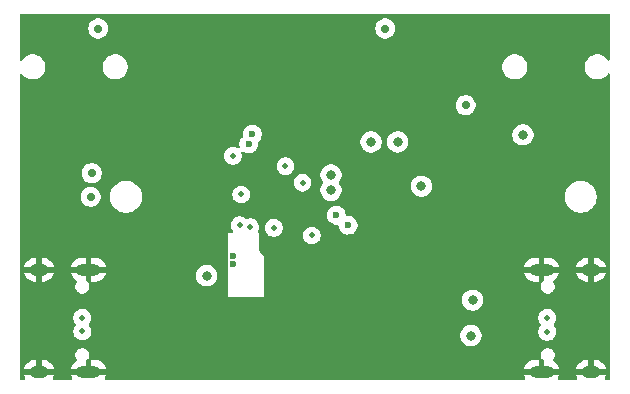
<source format=gbr>
%TF.GenerationSoftware,KiCad,Pcbnew,9.0.6*%
%TF.CreationDate,2025-12-29T19:08:17-05:00*%
%TF.ProjectId,rp2350-dual-usb,72703233-3530-42d6-9475-616c2d757362,rev?*%
%TF.SameCoordinates,Original*%
%TF.FileFunction,Copper,L2,Inr*%
%TF.FilePolarity,Positive*%
%FSLAX46Y46*%
G04 Gerber Fmt 4.6, Leading zero omitted, Abs format (unit mm)*
G04 Created by KiCad (PCBNEW 9.0.6) date 2025-12-29 19:08:17*
%MOMM*%
%LPD*%
G01*
G04 APERTURE LIST*
%TA.AperFunction,HeatsinkPad*%
%ADD10O,2.100000X1.000000*%
%TD*%
%TA.AperFunction,HeatsinkPad*%
%ADD11O,1.600000X1.000000*%
%TD*%
%TA.AperFunction,ComponentPad*%
%ADD12C,0.600000*%
%TD*%
%TA.AperFunction,ViaPad*%
%ADD13C,0.600000*%
%TD*%
%TA.AperFunction,ViaPad*%
%ADD14C,0.800000*%
%TD*%
%TA.AperFunction,ViaPad*%
%ADD15C,0.700000*%
%TD*%
%TA.AperFunction,ViaPad*%
%ADD16C,0.500000*%
%TD*%
G04 APERTURE END LIST*
D10*
%TO.N,GND*%
%TO.C,J2*%
X106320000Y-122180000D03*
D11*
X102140000Y-122180000D03*
D10*
X106320000Y-130820000D03*
D11*
X102140000Y-130820000D03*
%TD*%
D10*
%TO.N,GND*%
%TO.C,J3*%
X144680000Y-130820000D03*
D11*
X148860000Y-130820000D03*
D10*
X144680000Y-122180000D03*
D11*
X148860000Y-122180000D03*
%TD*%
D12*
%TO.N,GND*%
%TO.C,U2*%
X123175000Y-117375000D03*
X123175000Y-116000000D03*
X123175000Y-114625000D03*
X121800000Y-117375000D03*
X121800000Y-116000000D03*
X121800000Y-114625000D03*
X120425000Y-117375000D03*
X120425000Y-116000000D03*
X120425000Y-114625000D03*
%TD*%
D13*
%TO.N,GND*%
X147600000Y-118900000D03*
X103750000Y-106200000D03*
X134400000Y-121250000D03*
X101700000Y-103400000D03*
D14*
X115200000Y-118800000D03*
D13*
X127300000Y-107050000D03*
X102200000Y-110400000D03*
X114400000Y-130650000D03*
X118550000Y-121700000D03*
X128000000Y-126000000D03*
D14*
X105500000Y-117050000D03*
X131200000Y-129950000D03*
D13*
X142400000Y-101550000D03*
X103200000Y-119450000D03*
D14*
X103650000Y-113100000D03*
D13*
X111350000Y-130300000D03*
D15*
X137650000Y-113700000D03*
D14*
X115200000Y-116700000D03*
X116700000Y-126500000D03*
D13*
X109150000Y-119900000D03*
X103900000Y-129350000D03*
X101300000Y-101750000D03*
X104350000Y-108550000D03*
X135750000Y-105350000D03*
D15*
X135250000Y-113700000D03*
D13*
X106400000Y-109300000D03*
D14*
X147750000Y-109850000D03*
D13*
X112050000Y-117450000D03*
X136700000Y-102200000D03*
X118550000Y-121000000D03*
D14*
X142675000Y-130150000D03*
D13*
X129050000Y-124250000D03*
X139650000Y-113350000D03*
D14*
X125450000Y-129900000D03*
X101250000Y-114200000D03*
D13*
X147450000Y-124450000D03*
D14*
X127865000Y-116215000D03*
D13*
X132950000Y-123300000D03*
X138450000Y-130300000D03*
D14*
X105450000Y-112950000D03*
D13*
X111700000Y-104600000D03*
X134500000Y-130350000D03*
D14*
X128400000Y-119600000D03*
X142540000Y-122390000D03*
X128400000Y-114800000D03*
D13*
X111600000Y-119300000D03*
X108450000Y-109900000D03*
X105200000Y-119750000D03*
X105800000Y-111300000D03*
D14*
X111700000Y-128250000D03*
X111700000Y-125250000D03*
D13*
X113300000Y-116650000D03*
D14*
X125200000Y-121650000D03*
D15*
X136450000Y-112800000D03*
D14*
X108450000Y-122600000D03*
X120900000Y-107150000D03*
D13*
X145650000Y-102300000D03*
X138400000Y-110900000D03*
D15*
X116665000Y-119765000D03*
D13*
X140350000Y-122050000D03*
D14*
X103650000Y-114000000D03*
D13*
X103150000Y-127850000D03*
X101500000Y-107750000D03*
D14*
X133700000Y-126500000D03*
D13*
X147000000Y-127950000D03*
X113350000Y-112250000D03*
X144700000Y-116600000D03*
D14*
X138700000Y-101750000D03*
X125250000Y-105550000D03*
D13*
X128250000Y-110900000D03*
D14*
X114286399Y-102863601D03*
X119000000Y-109550000D03*
D13*
X111250000Y-113050000D03*
D14*
X132600000Y-117150000D03*
X118250000Y-102900000D03*
X115200000Y-117750000D03*
X115200000Y-115650000D03*
D13*
X103700000Y-124850000D03*
D14*
X102300000Y-114200000D03*
D13*
X122050000Y-130250000D03*
X131250000Y-113500000D03*
X146950000Y-105300000D03*
D14*
X121100000Y-103850000D03*
D13*
X145650000Y-113400000D03*
D14*
X129650000Y-108600000D03*
D13*
X140150000Y-104400000D03*
X101950000Y-125200000D03*
X149250000Y-128200000D03*
X144600000Y-119150000D03*
D14*
X121400000Y-109300000D03*
X125550000Y-107150000D03*
D13*
X129950000Y-121150000D03*
D14*
X103650000Y-116850000D03*
D13*
X141300000Y-111450000D03*
D14*
X103650000Y-115900000D03*
X101250000Y-115700000D03*
D13*
X149150000Y-125750000D03*
D14*
X115450000Y-108600000D03*
D13*
X111150000Y-121700000D03*
D14*
X123900000Y-124300000D03*
D13*
X149050000Y-113250000D03*
X139150000Y-117950000D03*
X115550000Y-111950000D03*
X126050000Y-108800000D03*
X135250000Y-109350000D03*
X105700000Y-118500000D03*
X123900000Y-126650000D03*
D14*
X103650000Y-114950000D03*
D13*
X119500000Y-130350000D03*
X132250000Y-120500000D03*
X117300000Y-130600000D03*
D14*
X123950000Y-109000000D03*
X108450000Y-130300000D03*
D13*
X113500000Y-121800000D03*
X106250000Y-104200000D03*
D14*
X101750000Y-114950000D03*
D13*
X144800000Y-104700000D03*
X138400000Y-105550000D03*
X147550000Y-111900000D03*
X113400000Y-120100000D03*
D14*
X102300000Y-115700000D03*
D13*
X139650000Y-121000000D03*
X114000000Y-114700000D03*
X148750000Y-101700000D03*
D16*
%TO.N,+3V3*%
X120008976Y-118575058D03*
X118550000Y-112525000D03*
X124450000Y-114800000D03*
D14*
X138850000Y-124750000D03*
X138700000Y-127750000D03*
X143100000Y-110750000D03*
D16*
X122000000Y-118625000D03*
X119125000Y-118400000D03*
D14*
X126850000Y-115450000D03*
D16*
X123000000Y-113400000D03*
X125225000Y-119275000D03*
D14*
X132500000Y-111350000D03*
X134500000Y-115100000D03*
D16*
X119250000Y-115800000D03*
D14*
X116325000Y-122675000D03*
X126850000Y-114150000D03*
D15*
%TO.N,Net-(J1-Pin_1)*%
X106600000Y-114000000D03*
D13*
X120200000Y-110700000D03*
%TO.N,Net-(J1-Pin_3)*%
X119900000Y-111500000D03*
D15*
X106500000Y-116000000D03*
D16*
%TO.N,/Connectors/USB1_CONN.D+*%
X105800000Y-126250000D03*
X105800000Y-127400000D03*
%TO.N,/Connectors/USB2_CONN.D-*%
X145170000Y-126250000D03*
X145170000Y-127420000D03*
D15*
%TO.N,Net-(J5-PadT)*%
X138250000Y-108250000D03*
D13*
X128300000Y-118400000D03*
D15*
%TO.N,Net-(U5-C2)*%
X131450000Y-101750000D03*
X107150000Y-101750000D03*
D13*
%TO.N,MIDI_IN_UART_RX*%
X127300000Y-117550000D03*
D14*
X130250000Y-111350000D03*
%TD*%
%TA.AperFunction,Conductor*%
%TO.N,GND*%
G36*
X150442539Y-100520185D02*
G01*
X150488294Y-100572989D01*
X150499500Y-100624500D01*
X150499500Y-104338695D01*
X150479815Y-104405734D01*
X150427011Y-104451489D01*
X150357853Y-104461433D01*
X150294297Y-104432408D01*
X150272398Y-104407586D01*
X150219083Y-104327796D01*
X150219080Y-104327792D01*
X150072207Y-104180919D01*
X150072203Y-104180916D01*
X149899490Y-104065512D01*
X149899488Y-104065511D01*
X149707590Y-103986025D01*
X149707578Y-103986022D01*
X149503862Y-103945500D01*
X149503859Y-103945500D01*
X149296141Y-103945500D01*
X149296138Y-103945500D01*
X149092421Y-103986022D01*
X149092409Y-103986025D01*
X148900511Y-104065511D01*
X148900509Y-104065512D01*
X148727796Y-104180916D01*
X148727792Y-104180919D01*
X148580919Y-104327792D01*
X148580916Y-104327796D01*
X148465512Y-104500509D01*
X148465511Y-104500511D01*
X148386025Y-104692409D01*
X148386022Y-104692421D01*
X148345500Y-104896136D01*
X148345500Y-105103863D01*
X148386022Y-105307578D01*
X148386025Y-105307590D01*
X148465511Y-105499488D01*
X148465512Y-105499490D01*
X148580916Y-105672203D01*
X148580919Y-105672207D01*
X148727792Y-105819080D01*
X148727796Y-105819083D01*
X148900507Y-105934486D01*
X148900508Y-105934486D01*
X148900509Y-105934487D01*
X148900511Y-105934488D01*
X149092409Y-106013974D01*
X149092414Y-106013976D01*
X149296136Y-106054499D01*
X149296139Y-106054500D01*
X149296141Y-106054500D01*
X149503861Y-106054500D01*
X149503862Y-106054499D01*
X149707586Y-106013976D01*
X149899493Y-105934486D01*
X150072204Y-105819083D01*
X150219083Y-105672204D01*
X150272398Y-105592412D01*
X150326010Y-105547608D01*
X150395335Y-105538901D01*
X150458363Y-105569055D01*
X150495082Y-105628498D01*
X150499500Y-105661304D01*
X150499500Y-131375500D01*
X150479815Y-131442539D01*
X150427011Y-131488294D01*
X150375500Y-131499500D01*
X150140651Y-131499500D01*
X150073612Y-131479815D01*
X150027857Y-131427011D01*
X150017913Y-131357853D01*
X150037550Y-131306607D01*
X150046187Y-131293680D01*
X150046192Y-131293671D01*
X150121569Y-131111692D01*
X150121569Y-131111690D01*
X150129862Y-131070000D01*
X149326988Y-131070000D01*
X149344205Y-131060060D01*
X149400060Y-131004205D01*
X149439556Y-130935796D01*
X149460000Y-130859496D01*
X149460000Y-130780504D01*
X149439556Y-130704204D01*
X149400060Y-130635795D01*
X149344205Y-130579940D01*
X149326988Y-130570000D01*
X150129862Y-130570000D01*
X150121569Y-130528309D01*
X150121569Y-130528307D01*
X150046192Y-130346328D01*
X150046185Y-130346315D01*
X149936751Y-130182537D01*
X149936748Y-130182533D01*
X149797466Y-130043251D01*
X149797462Y-130043248D01*
X149633684Y-129933814D01*
X149633671Y-129933807D01*
X149451693Y-129858430D01*
X149451681Y-129858427D01*
X149258495Y-129820000D01*
X149110000Y-129820000D01*
X149110000Y-130520000D01*
X148610000Y-130520000D01*
X148610000Y-129820000D01*
X148461504Y-129820000D01*
X148268318Y-129858427D01*
X148268306Y-129858430D01*
X148086328Y-129933807D01*
X148086315Y-129933814D01*
X147922537Y-130043248D01*
X147922533Y-130043251D01*
X147783251Y-130182533D01*
X147783248Y-130182537D01*
X147673814Y-130346315D01*
X147673807Y-130346328D01*
X147598430Y-130528307D01*
X147598430Y-130528309D01*
X147590138Y-130570000D01*
X148393012Y-130570000D01*
X148375795Y-130579940D01*
X148319940Y-130635795D01*
X148280444Y-130704204D01*
X148260000Y-130780504D01*
X148260000Y-130859496D01*
X148280444Y-130935796D01*
X148319940Y-131004205D01*
X148375795Y-131060060D01*
X148393012Y-131070000D01*
X147590138Y-131070000D01*
X147598430Y-131111690D01*
X147598430Y-131111692D01*
X147673807Y-131293671D01*
X147673812Y-131293680D01*
X147682450Y-131306607D01*
X147703329Y-131373285D01*
X147684846Y-131440665D01*
X147632867Y-131487356D01*
X147579349Y-131499500D01*
X146210651Y-131499500D01*
X146143612Y-131479815D01*
X146097857Y-131427011D01*
X146087913Y-131357853D01*
X146107550Y-131306607D01*
X146116187Y-131293680D01*
X146116192Y-131293671D01*
X146191569Y-131111692D01*
X146191569Y-131111690D01*
X146199862Y-131070000D01*
X145396988Y-131070000D01*
X145414205Y-131060060D01*
X145470060Y-131004205D01*
X145509556Y-130935796D01*
X145530000Y-130859496D01*
X145530000Y-130780504D01*
X145509556Y-130704204D01*
X145470060Y-130635795D01*
X145414205Y-130579940D01*
X145396988Y-130570000D01*
X146199862Y-130570000D01*
X146191569Y-130528309D01*
X146191569Y-130528307D01*
X146116192Y-130346328D01*
X146116185Y-130346315D01*
X146006751Y-130182537D01*
X146006748Y-130182533D01*
X145867466Y-130043251D01*
X145867462Y-130043248D01*
X145698613Y-129930426D01*
X145700110Y-129928184D01*
X145658677Y-129886788D01*
X145643794Y-129818522D01*
X145668181Y-129753046D01*
X145669111Y-129751819D01*
X145673703Y-129745832D01*
X145673715Y-129745821D01*
X145750008Y-129613678D01*
X145789500Y-129466293D01*
X145789500Y-129313707D01*
X145750008Y-129166322D01*
X145673715Y-129034179D01*
X145565821Y-128926285D01*
X145565819Y-128926284D01*
X145565817Y-128926282D01*
X145433681Y-128849993D01*
X145433682Y-128849993D01*
X145421595Y-128846754D01*
X145286293Y-128810500D01*
X145133707Y-128810500D01*
X144998404Y-128846754D01*
X144986318Y-128849993D01*
X144854182Y-128926282D01*
X144854176Y-128926287D01*
X144746287Y-129034176D01*
X144746282Y-129034182D01*
X144669993Y-129166318D01*
X144669992Y-129166322D01*
X144630500Y-129313707D01*
X144630500Y-129466293D01*
X144669992Y-129613678D01*
X144669993Y-129613681D01*
X144746282Y-129745817D01*
X144746283Y-129745818D01*
X144746285Y-129745821D01*
X144854179Y-129853715D01*
X144854180Y-129853716D01*
X144854182Y-129853717D01*
X144867996Y-129861692D01*
X144916214Y-129912257D01*
X144930000Y-129969081D01*
X144930000Y-130520000D01*
X144430000Y-130520000D01*
X144430000Y-129820000D01*
X144031504Y-129820000D01*
X143838318Y-129858427D01*
X143838306Y-129858430D01*
X143656328Y-129933807D01*
X143656315Y-129933814D01*
X143492537Y-130043248D01*
X143492533Y-130043251D01*
X143353251Y-130182533D01*
X143353248Y-130182537D01*
X143243814Y-130346315D01*
X143243807Y-130346328D01*
X143168430Y-130528307D01*
X143168430Y-130528309D01*
X143160138Y-130570000D01*
X143963012Y-130570000D01*
X143945795Y-130579940D01*
X143889940Y-130635795D01*
X143850444Y-130704204D01*
X143830000Y-130780504D01*
X143830000Y-130859496D01*
X143850444Y-130935796D01*
X143889940Y-131004205D01*
X143945795Y-131060060D01*
X143963012Y-131070000D01*
X143160138Y-131070000D01*
X143168430Y-131111690D01*
X143168430Y-131111692D01*
X143243807Y-131293671D01*
X143243812Y-131293680D01*
X143252450Y-131306607D01*
X143273329Y-131373285D01*
X143254846Y-131440665D01*
X143202867Y-131487356D01*
X143149349Y-131499500D01*
X107850651Y-131499500D01*
X107783612Y-131479815D01*
X107737857Y-131427011D01*
X107727913Y-131357853D01*
X107747550Y-131306607D01*
X107756187Y-131293680D01*
X107756192Y-131293671D01*
X107831569Y-131111692D01*
X107831569Y-131111690D01*
X107839862Y-131070000D01*
X107036988Y-131070000D01*
X107054205Y-131060060D01*
X107110060Y-131004205D01*
X107149556Y-130935796D01*
X107170000Y-130859496D01*
X107170000Y-130780504D01*
X107149556Y-130704204D01*
X107110060Y-130635795D01*
X107054205Y-130579940D01*
X107036988Y-130570000D01*
X107839862Y-130570000D01*
X107831569Y-130528309D01*
X107831569Y-130528307D01*
X107756192Y-130346328D01*
X107756185Y-130346315D01*
X107646751Y-130182537D01*
X107646748Y-130182533D01*
X107507466Y-130043251D01*
X107507462Y-130043248D01*
X107343684Y-129933814D01*
X107343671Y-129933807D01*
X107161693Y-129858430D01*
X107161681Y-129858427D01*
X106968495Y-129820000D01*
X106570000Y-129820000D01*
X106570000Y-130520000D01*
X106070000Y-130520000D01*
X106070000Y-129969081D01*
X106089685Y-129902042D01*
X106132004Y-129861692D01*
X106137654Y-129858430D01*
X106145821Y-129853715D01*
X106253715Y-129745821D01*
X106264999Y-129726275D01*
X106276339Y-129706637D01*
X106330006Y-129613681D01*
X106330005Y-129613681D01*
X106330008Y-129613678D01*
X106369500Y-129466293D01*
X106369500Y-129313707D01*
X106330008Y-129166322D01*
X106253715Y-129034179D01*
X106145821Y-128926285D01*
X106145819Y-128926284D01*
X106145817Y-128926282D01*
X106013681Y-128849993D01*
X106013682Y-128849993D01*
X106001595Y-128846754D01*
X105866293Y-128810500D01*
X105713707Y-128810500D01*
X105578404Y-128846754D01*
X105566318Y-128849993D01*
X105434182Y-128926282D01*
X105434176Y-128926287D01*
X105326287Y-129034176D01*
X105326282Y-129034182D01*
X105249993Y-129166318D01*
X105249992Y-129166322D01*
X105210500Y-129313707D01*
X105210500Y-129466293D01*
X105249992Y-129613678D01*
X105249993Y-129613681D01*
X105326283Y-129745818D01*
X105330892Y-129751824D01*
X105356088Y-129816993D01*
X105342051Y-129885438D01*
X105300060Y-129928441D01*
X105301387Y-129930427D01*
X105132536Y-130043248D01*
X104993251Y-130182533D01*
X104993248Y-130182537D01*
X104883814Y-130346315D01*
X104883807Y-130346328D01*
X104808430Y-130528307D01*
X104808430Y-130528309D01*
X104800138Y-130570000D01*
X105603012Y-130570000D01*
X105585795Y-130579940D01*
X105529940Y-130635795D01*
X105490444Y-130704204D01*
X105470000Y-130780504D01*
X105470000Y-130859496D01*
X105490444Y-130935796D01*
X105529940Y-131004205D01*
X105585795Y-131060060D01*
X105603012Y-131070000D01*
X104800138Y-131070000D01*
X104808430Y-131111690D01*
X104808430Y-131111692D01*
X104883807Y-131293671D01*
X104883812Y-131293680D01*
X104892450Y-131306607D01*
X104913329Y-131373285D01*
X104894846Y-131440665D01*
X104842867Y-131487356D01*
X104789349Y-131499500D01*
X103420651Y-131499500D01*
X103353612Y-131479815D01*
X103307857Y-131427011D01*
X103297913Y-131357853D01*
X103317550Y-131306607D01*
X103326187Y-131293680D01*
X103326192Y-131293671D01*
X103401569Y-131111692D01*
X103401569Y-131111690D01*
X103409862Y-131070000D01*
X102606988Y-131070000D01*
X102624205Y-131060060D01*
X102680060Y-131004205D01*
X102719556Y-130935796D01*
X102740000Y-130859496D01*
X102740000Y-130780504D01*
X102719556Y-130704204D01*
X102680060Y-130635795D01*
X102624205Y-130579940D01*
X102606988Y-130570000D01*
X103409862Y-130570000D01*
X103401569Y-130528309D01*
X103401569Y-130528307D01*
X103326192Y-130346328D01*
X103326185Y-130346315D01*
X103216751Y-130182537D01*
X103216748Y-130182533D01*
X103077466Y-130043251D01*
X103077462Y-130043248D01*
X102913684Y-129933814D01*
X102913671Y-129933807D01*
X102731693Y-129858430D01*
X102731681Y-129858427D01*
X102538495Y-129820000D01*
X102390000Y-129820000D01*
X102390000Y-130520000D01*
X101890000Y-130520000D01*
X101890000Y-129820000D01*
X101741504Y-129820000D01*
X101548318Y-129858427D01*
X101548306Y-129858430D01*
X101366328Y-129933807D01*
X101366315Y-129933814D01*
X101202537Y-130043248D01*
X101202533Y-130043251D01*
X101063251Y-130182533D01*
X101063248Y-130182537D01*
X100953814Y-130346315D01*
X100953807Y-130346328D01*
X100878430Y-130528307D01*
X100878430Y-130528309D01*
X100870138Y-130570000D01*
X101673012Y-130570000D01*
X101655795Y-130579940D01*
X101599940Y-130635795D01*
X101560444Y-130704204D01*
X101540000Y-130780504D01*
X101540000Y-130859496D01*
X101560444Y-130935796D01*
X101599940Y-131004205D01*
X101655795Y-131060060D01*
X101673012Y-131070000D01*
X100870138Y-131070000D01*
X100878430Y-131111690D01*
X100878430Y-131111692D01*
X100953807Y-131293671D01*
X100953812Y-131293680D01*
X100962450Y-131306607D01*
X100983329Y-131373285D01*
X100964846Y-131440665D01*
X100912867Y-131487356D01*
X100859349Y-131499500D01*
X100624500Y-131499500D01*
X100557461Y-131479815D01*
X100511706Y-131427011D01*
X100500500Y-131375500D01*
X100500500Y-126323920D01*
X105049499Y-126323920D01*
X105078340Y-126468907D01*
X105078343Y-126468917D01*
X105134912Y-126605488D01*
X105134919Y-126605501D01*
X105217048Y-126728415D01*
X105217051Y-126728419D01*
X105225951Y-126737319D01*
X105259436Y-126798642D01*
X105254452Y-126868334D01*
X105225951Y-126912681D01*
X105217051Y-126921580D01*
X105217048Y-126921584D01*
X105134919Y-127044498D01*
X105134912Y-127044511D01*
X105078343Y-127181082D01*
X105078340Y-127181092D01*
X105049500Y-127326079D01*
X105049500Y-127326082D01*
X105049500Y-127473918D01*
X105049500Y-127473920D01*
X105049499Y-127473920D01*
X105078340Y-127618907D01*
X105078343Y-127618917D01*
X105134912Y-127755488D01*
X105134919Y-127755501D01*
X105217048Y-127878415D01*
X105217051Y-127878419D01*
X105321580Y-127982948D01*
X105321584Y-127982951D01*
X105444498Y-128065080D01*
X105444511Y-128065087D01*
X105581082Y-128121656D01*
X105581087Y-128121658D01*
X105581091Y-128121658D01*
X105581092Y-128121659D01*
X105726079Y-128150500D01*
X105726082Y-128150500D01*
X105873920Y-128150500D01*
X105971462Y-128131096D01*
X106018913Y-128121658D01*
X106155495Y-128065084D01*
X106278416Y-127982951D01*
X106382951Y-127878416D01*
X106465084Y-127755495D01*
X106504099Y-127661304D01*
X137799500Y-127661304D01*
X137799500Y-127838695D01*
X137834103Y-128012658D01*
X137834106Y-128012667D01*
X137901983Y-128176540D01*
X137901990Y-128176553D01*
X138000535Y-128324034D01*
X138000538Y-128324038D01*
X138125961Y-128449461D01*
X138125965Y-128449464D01*
X138273446Y-128548009D01*
X138273459Y-128548016D01*
X138396363Y-128598923D01*
X138437334Y-128615894D01*
X138437336Y-128615894D01*
X138437341Y-128615896D01*
X138611304Y-128650499D01*
X138611307Y-128650500D01*
X138611309Y-128650500D01*
X138788693Y-128650500D01*
X138788694Y-128650499D01*
X138846682Y-128638964D01*
X138962658Y-128615896D01*
X138962661Y-128615894D01*
X138962666Y-128615894D01*
X139126547Y-128548013D01*
X139274035Y-128449464D01*
X139399464Y-128324035D01*
X139498013Y-128176547D01*
X139565894Y-128012666D01*
X139567827Y-128002951D01*
X139588964Y-127896682D01*
X139600500Y-127838691D01*
X139600500Y-127661309D01*
X139600500Y-127661306D01*
X139600499Y-127661304D01*
X139565896Y-127487341D01*
X139565893Y-127487332D01*
X139498016Y-127323459D01*
X139498009Y-127323446D01*
X139399464Y-127175965D01*
X139399461Y-127175961D01*
X139274038Y-127050538D01*
X139274034Y-127050535D01*
X139126553Y-126951990D01*
X139126540Y-126951983D01*
X138962667Y-126884106D01*
X138962658Y-126884103D01*
X138788694Y-126849500D01*
X138788691Y-126849500D01*
X138611309Y-126849500D01*
X138611306Y-126849500D01*
X138437341Y-126884103D01*
X138437332Y-126884106D01*
X138273459Y-126951983D01*
X138273446Y-126951990D01*
X138125965Y-127050535D01*
X138125961Y-127050538D01*
X138000538Y-127175961D01*
X138000535Y-127175965D01*
X137901990Y-127323446D01*
X137901983Y-127323459D01*
X137834106Y-127487332D01*
X137834103Y-127487341D01*
X137799500Y-127661304D01*
X106504099Y-127661304D01*
X106521658Y-127618913D01*
X106531272Y-127570581D01*
X106550500Y-127473920D01*
X106550500Y-127326079D01*
X106521659Y-127181092D01*
X106521658Y-127181091D01*
X106521658Y-127181087D01*
X106473371Y-127064511D01*
X106465087Y-127044511D01*
X106465080Y-127044498D01*
X106382952Y-126921585D01*
X106382947Y-126921580D01*
X106374049Y-126912682D01*
X106340564Y-126851363D01*
X106345546Y-126781671D01*
X106374049Y-126737317D01*
X106382951Y-126728416D01*
X106465084Y-126605495D01*
X106521658Y-126468913D01*
X106550500Y-126323920D01*
X144419499Y-126323920D01*
X144448340Y-126468907D01*
X144448343Y-126468917D01*
X144504912Y-126605488D01*
X144504919Y-126605501D01*
X144587048Y-126728415D01*
X144587051Y-126728419D01*
X144605951Y-126747319D01*
X144639436Y-126808642D01*
X144634452Y-126878334D01*
X144605951Y-126922681D01*
X144587051Y-126941580D01*
X144587048Y-126941584D01*
X144504919Y-127064498D01*
X144504912Y-127064511D01*
X144448343Y-127201082D01*
X144448340Y-127201092D01*
X144419500Y-127346079D01*
X144419500Y-127346082D01*
X144419500Y-127493918D01*
X144419500Y-127493920D01*
X144419499Y-127493920D01*
X144448340Y-127638907D01*
X144448343Y-127638917D01*
X144504912Y-127775488D01*
X144504919Y-127775501D01*
X144587048Y-127898415D01*
X144587051Y-127898419D01*
X144691580Y-128002948D01*
X144691584Y-128002951D01*
X144814498Y-128085080D01*
X144814511Y-128085087D01*
X144951082Y-128141656D01*
X144951087Y-128141658D01*
X144951091Y-128141658D01*
X144951092Y-128141659D01*
X145096079Y-128170500D01*
X145096082Y-128170500D01*
X145243920Y-128170500D01*
X145344462Y-128150500D01*
X145388913Y-128141658D01*
X145525495Y-128085084D01*
X145648416Y-128002951D01*
X145752951Y-127898416D01*
X145835084Y-127775495D01*
X145891658Y-127638913D01*
X145920500Y-127493918D01*
X145920500Y-127346082D01*
X145920500Y-127346079D01*
X145891659Y-127201092D01*
X145891658Y-127201091D01*
X145891658Y-127201087D01*
X145881252Y-127175965D01*
X145835087Y-127064511D01*
X145835080Y-127064498D01*
X145752951Y-126941584D01*
X145752949Y-126941581D01*
X145734050Y-126922683D01*
X145700563Y-126861361D01*
X145705546Y-126791669D01*
X145734050Y-126747317D01*
X145752949Y-126728418D01*
X145752951Y-126728416D01*
X145835084Y-126605495D01*
X145891658Y-126468913D01*
X145920500Y-126323918D01*
X145920500Y-126176082D01*
X145920500Y-126176079D01*
X145891659Y-126031092D01*
X145891658Y-126031091D01*
X145891658Y-126031087D01*
X145891656Y-126031082D01*
X145835087Y-125894511D01*
X145835080Y-125894498D01*
X145752951Y-125771584D01*
X145752948Y-125771580D01*
X145648419Y-125667051D01*
X145648415Y-125667048D01*
X145525501Y-125584919D01*
X145525488Y-125584912D01*
X145388917Y-125528343D01*
X145388907Y-125528340D01*
X145243920Y-125499500D01*
X145243918Y-125499500D01*
X145096082Y-125499500D01*
X145096080Y-125499500D01*
X144951092Y-125528340D01*
X144951082Y-125528343D01*
X144814511Y-125584912D01*
X144814498Y-125584919D01*
X144691584Y-125667048D01*
X144691580Y-125667051D01*
X144587051Y-125771580D01*
X144587048Y-125771584D01*
X144504919Y-125894498D01*
X144504912Y-125894511D01*
X144448343Y-126031082D01*
X144448340Y-126031092D01*
X144419500Y-126176079D01*
X144419500Y-126176082D01*
X144419500Y-126323918D01*
X144419500Y-126323920D01*
X144419499Y-126323920D01*
X106550500Y-126323920D01*
X106550500Y-126323918D01*
X106550500Y-126176082D01*
X106550500Y-126176079D01*
X106521659Y-126031092D01*
X106521658Y-126031091D01*
X106521658Y-126031087D01*
X106521656Y-126031082D01*
X106465087Y-125894511D01*
X106465080Y-125894498D01*
X106382951Y-125771584D01*
X106382948Y-125771580D01*
X106278419Y-125667051D01*
X106278415Y-125667048D01*
X106155501Y-125584919D01*
X106155488Y-125584912D01*
X106018917Y-125528343D01*
X106018907Y-125528340D01*
X105873920Y-125499500D01*
X105873918Y-125499500D01*
X105726082Y-125499500D01*
X105726080Y-125499500D01*
X105581092Y-125528340D01*
X105581082Y-125528343D01*
X105444511Y-125584912D01*
X105444498Y-125584919D01*
X105321584Y-125667048D01*
X105321580Y-125667051D01*
X105217051Y-125771580D01*
X105217048Y-125771584D01*
X105134919Y-125894498D01*
X105134912Y-125894511D01*
X105078343Y-126031082D01*
X105078340Y-126031092D01*
X105049500Y-126176079D01*
X105049500Y-126176082D01*
X105049500Y-126323918D01*
X105049500Y-126323920D01*
X105049499Y-126323920D01*
X100500500Y-126323920D01*
X100500500Y-124661304D01*
X137949500Y-124661304D01*
X137949500Y-124838695D01*
X137984103Y-125012658D01*
X137984106Y-125012667D01*
X138051983Y-125176540D01*
X138051990Y-125176553D01*
X138150535Y-125324034D01*
X138150538Y-125324038D01*
X138275961Y-125449461D01*
X138275965Y-125449464D01*
X138423446Y-125548009D01*
X138423459Y-125548016D01*
X138512553Y-125584919D01*
X138587334Y-125615894D01*
X138587336Y-125615894D01*
X138587341Y-125615896D01*
X138761304Y-125650499D01*
X138761307Y-125650500D01*
X138761309Y-125650500D01*
X138938693Y-125650500D01*
X138938694Y-125650499D01*
X138996682Y-125638964D01*
X139112658Y-125615896D01*
X139112661Y-125615894D01*
X139112666Y-125615894D01*
X139276547Y-125548013D01*
X139424035Y-125449464D01*
X139549464Y-125324035D01*
X139648013Y-125176547D01*
X139715894Y-125012666D01*
X139750500Y-124838691D01*
X139750500Y-124661309D01*
X139750500Y-124661306D01*
X139750499Y-124661304D01*
X139715896Y-124487341D01*
X139715893Y-124487332D01*
X139648016Y-124323459D01*
X139648009Y-124323446D01*
X139549464Y-124175965D01*
X139549461Y-124175961D01*
X139424038Y-124050538D01*
X139424034Y-124050535D01*
X139276553Y-123951990D01*
X139276540Y-123951983D01*
X139112667Y-123884106D01*
X139112658Y-123884103D01*
X138938694Y-123849500D01*
X138938691Y-123849500D01*
X138761309Y-123849500D01*
X138761306Y-123849500D01*
X138587341Y-123884103D01*
X138587332Y-123884106D01*
X138423459Y-123951983D01*
X138423446Y-123951990D01*
X138275965Y-124050535D01*
X138275961Y-124050538D01*
X138150538Y-124175961D01*
X138150535Y-124175965D01*
X138051990Y-124323446D01*
X138051983Y-124323459D01*
X137984106Y-124487332D01*
X137984103Y-124487341D01*
X137949500Y-124661304D01*
X100500500Y-124661304D01*
X100500500Y-121930000D01*
X100870138Y-121930000D01*
X101673012Y-121930000D01*
X101655795Y-121939940D01*
X101599940Y-121995795D01*
X101560444Y-122064204D01*
X101540000Y-122140504D01*
X101540000Y-122219496D01*
X101560444Y-122295796D01*
X101599940Y-122364205D01*
X101655795Y-122420060D01*
X101673012Y-122430000D01*
X100870138Y-122430000D01*
X100878430Y-122471690D01*
X100878430Y-122471692D01*
X100953807Y-122653671D01*
X100953814Y-122653684D01*
X101063248Y-122817462D01*
X101063251Y-122817466D01*
X101202533Y-122956748D01*
X101202537Y-122956751D01*
X101366315Y-123066185D01*
X101366328Y-123066192D01*
X101548306Y-123141569D01*
X101548318Y-123141572D01*
X101741504Y-123179999D01*
X101741508Y-123180000D01*
X101890000Y-123180000D01*
X101890000Y-122480000D01*
X102390000Y-122480000D01*
X102390000Y-123180000D01*
X102538492Y-123180000D01*
X102538495Y-123179999D01*
X102731681Y-123141572D01*
X102731693Y-123141569D01*
X102913671Y-123066192D01*
X102913684Y-123066185D01*
X103077462Y-122956751D01*
X103077466Y-122956748D01*
X103216748Y-122817466D01*
X103216751Y-122817462D01*
X103326185Y-122653684D01*
X103326192Y-122653671D01*
X103401569Y-122471692D01*
X103401569Y-122471690D01*
X103409862Y-122430000D01*
X102606988Y-122430000D01*
X102624205Y-122420060D01*
X102680060Y-122364205D01*
X102719556Y-122295796D01*
X102740000Y-122219496D01*
X102740000Y-122140504D01*
X102719556Y-122064204D01*
X102680060Y-121995795D01*
X102624205Y-121939940D01*
X102606988Y-121930000D01*
X103409862Y-121930000D01*
X104800138Y-121930000D01*
X105603012Y-121930000D01*
X105585795Y-121939940D01*
X105529940Y-121995795D01*
X105490444Y-122064204D01*
X105470000Y-122140504D01*
X105470000Y-122219496D01*
X105490444Y-122295796D01*
X105529940Y-122364205D01*
X105585795Y-122420060D01*
X105603012Y-122430000D01*
X104800138Y-122430000D01*
X104808430Y-122471690D01*
X104808430Y-122471692D01*
X104883807Y-122653671D01*
X104883814Y-122653684D01*
X104993248Y-122817462D01*
X104993251Y-122817466D01*
X105132533Y-122956748D01*
X105132537Y-122956751D01*
X105301387Y-123069574D01*
X105299674Y-123072137D01*
X105340306Y-123111388D01*
X105356335Y-123179394D01*
X105333054Y-123245271D01*
X105330895Y-123248171D01*
X105326284Y-123254179D01*
X105249993Y-123386318D01*
X105249992Y-123386322D01*
X105210500Y-123533707D01*
X105210500Y-123686293D01*
X105249992Y-123833678D01*
X105249993Y-123833681D01*
X105326282Y-123965817D01*
X105326284Y-123965819D01*
X105326285Y-123965821D01*
X105434179Y-124073715D01*
X105434180Y-124073716D01*
X105434182Y-124073717D01*
X105566318Y-124150006D01*
X105566319Y-124150006D01*
X105566322Y-124150008D01*
X105713707Y-124189500D01*
X105713710Y-124189500D01*
X105866290Y-124189500D01*
X105866293Y-124189500D01*
X106013678Y-124150008D01*
X106145821Y-124073715D01*
X106253715Y-123965821D01*
X106330008Y-123833678D01*
X106369500Y-123686293D01*
X106369500Y-123533707D01*
X106330008Y-123386322D01*
X106253715Y-123254179D01*
X106145821Y-123146285D01*
X106131998Y-123138304D01*
X106083783Y-123087736D01*
X106070000Y-123030918D01*
X106070000Y-122480000D01*
X106570000Y-122480000D01*
X106570000Y-123180000D01*
X106968492Y-123180000D01*
X106968495Y-123179999D01*
X107161681Y-123141572D01*
X107161693Y-123141569D01*
X107343671Y-123066192D01*
X107343684Y-123066185D01*
X107507462Y-122956751D01*
X107507466Y-122956748D01*
X107646748Y-122817466D01*
X107646751Y-122817462D01*
X107756185Y-122653684D01*
X107756192Y-122653671D01*
X107784096Y-122586304D01*
X115424500Y-122586304D01*
X115424500Y-122763695D01*
X115459103Y-122937658D01*
X115459106Y-122937667D01*
X115526983Y-123101540D01*
X115526990Y-123101553D01*
X115625535Y-123249034D01*
X115625538Y-123249038D01*
X115750961Y-123374461D01*
X115750965Y-123374464D01*
X115898446Y-123473009D01*
X115898459Y-123473016D01*
X116021363Y-123523923D01*
X116062334Y-123540894D01*
X116062336Y-123540894D01*
X116062341Y-123540896D01*
X116236304Y-123575499D01*
X116236307Y-123575500D01*
X116236309Y-123575500D01*
X116413693Y-123575500D01*
X116413694Y-123575499D01*
X116471682Y-123563964D01*
X116587658Y-123540896D01*
X116587661Y-123540894D01*
X116587666Y-123540894D01*
X116751547Y-123473013D01*
X116899035Y-123374464D01*
X117024464Y-123249035D01*
X117123013Y-123101547D01*
X117190894Y-122937666D01*
X117225500Y-122763691D01*
X117225500Y-122586309D01*
X117225500Y-122586306D01*
X117225499Y-122586304D01*
X117190896Y-122412341D01*
X117190893Y-122412332D01*
X117123016Y-122248459D01*
X117123009Y-122248446D01*
X117024464Y-122100965D01*
X117024461Y-122100961D01*
X116899038Y-121975538D01*
X116899034Y-121975535D01*
X116751553Y-121876990D01*
X116751540Y-121876983D01*
X116587667Y-121809106D01*
X116587658Y-121809103D01*
X116413694Y-121774500D01*
X116413691Y-121774500D01*
X116236309Y-121774500D01*
X116236306Y-121774500D01*
X116062341Y-121809103D01*
X116062332Y-121809106D01*
X115898459Y-121876983D01*
X115898446Y-121876990D01*
X115750965Y-121975535D01*
X115750961Y-121975538D01*
X115625538Y-122100961D01*
X115625535Y-122100965D01*
X115526990Y-122248446D01*
X115526983Y-122248459D01*
X115459106Y-122412332D01*
X115459103Y-122412341D01*
X115424500Y-122586304D01*
X107784096Y-122586304D01*
X107806273Y-122532765D01*
X107831569Y-122471692D01*
X107831569Y-122471690D01*
X107839862Y-122430000D01*
X107036988Y-122430000D01*
X107054205Y-122420060D01*
X107110060Y-122364205D01*
X107149556Y-122295796D01*
X107170000Y-122219496D01*
X107170000Y-122140504D01*
X107149556Y-122064204D01*
X107110060Y-121995795D01*
X107054205Y-121939940D01*
X107036988Y-121930000D01*
X107839862Y-121930000D01*
X107831569Y-121888309D01*
X107831569Y-121888307D01*
X107756192Y-121706328D01*
X107756185Y-121706315D01*
X107646751Y-121542537D01*
X107646748Y-121542533D01*
X107507466Y-121403251D01*
X107507462Y-121403248D01*
X107343684Y-121293814D01*
X107343671Y-121293807D01*
X107161693Y-121218430D01*
X107161681Y-121218427D01*
X106968495Y-121180000D01*
X106570000Y-121180000D01*
X106570000Y-121880000D01*
X106070000Y-121880000D01*
X106070000Y-121180000D01*
X105671504Y-121180000D01*
X105478318Y-121218427D01*
X105478306Y-121218430D01*
X105296328Y-121293807D01*
X105296315Y-121293814D01*
X105132537Y-121403248D01*
X105132533Y-121403251D01*
X104993251Y-121542533D01*
X104993248Y-121542537D01*
X104883814Y-121706315D01*
X104883807Y-121706328D01*
X104808430Y-121888307D01*
X104808430Y-121888309D01*
X104800138Y-121930000D01*
X103409862Y-121930000D01*
X103401569Y-121888309D01*
X103401569Y-121888307D01*
X103326192Y-121706328D01*
X103326185Y-121706315D01*
X103216751Y-121542537D01*
X103216748Y-121542533D01*
X103077466Y-121403251D01*
X103077462Y-121403248D01*
X102913684Y-121293814D01*
X102913671Y-121293807D01*
X102731693Y-121218430D01*
X102731681Y-121218427D01*
X102538495Y-121180000D01*
X102390000Y-121180000D01*
X102390000Y-121880000D01*
X101890000Y-121880000D01*
X101890000Y-121180000D01*
X101741504Y-121180000D01*
X101548318Y-121218427D01*
X101548306Y-121218430D01*
X101366328Y-121293807D01*
X101366315Y-121293814D01*
X101202537Y-121403248D01*
X101202533Y-121403251D01*
X101063251Y-121542533D01*
X101063248Y-121542537D01*
X100953814Y-121706315D01*
X100953807Y-121706328D01*
X100878430Y-121888307D01*
X100878430Y-121888309D01*
X100870138Y-121930000D01*
X100500500Y-121930000D01*
X100500500Y-119100000D01*
X118100000Y-119100000D01*
X118100000Y-124500000D01*
X121150000Y-124500000D01*
X121150000Y-121930000D01*
X143160138Y-121930000D01*
X143963012Y-121930000D01*
X143945795Y-121939940D01*
X143889940Y-121995795D01*
X143850444Y-122064204D01*
X143830000Y-122140504D01*
X143830000Y-122219496D01*
X143850444Y-122295796D01*
X143889940Y-122364205D01*
X143945795Y-122420060D01*
X143963012Y-122430000D01*
X143160138Y-122430000D01*
X143168430Y-122471690D01*
X143168430Y-122471692D01*
X143243807Y-122653671D01*
X143243814Y-122653684D01*
X143353248Y-122817462D01*
X143353251Y-122817466D01*
X143492533Y-122956748D01*
X143492537Y-122956751D01*
X143656315Y-123066185D01*
X143656328Y-123066192D01*
X143838306Y-123141569D01*
X143838318Y-123141572D01*
X144031504Y-123179999D01*
X144031508Y-123180000D01*
X144430000Y-123180000D01*
X144430000Y-122480000D01*
X144930000Y-122480000D01*
X144930000Y-123030918D01*
X144910315Y-123097957D01*
X144868002Y-123138304D01*
X144854182Y-123146283D01*
X144854176Y-123146287D01*
X144746287Y-123254176D01*
X144746282Y-123254182D01*
X144669993Y-123386318D01*
X144669992Y-123386322D01*
X144630500Y-123533707D01*
X144630500Y-123686293D01*
X144669992Y-123833678D01*
X144669993Y-123833681D01*
X144746282Y-123965817D01*
X144746284Y-123965819D01*
X144746285Y-123965821D01*
X144854179Y-124073715D01*
X144854180Y-124073716D01*
X144854182Y-124073717D01*
X144986318Y-124150006D01*
X144986319Y-124150006D01*
X144986322Y-124150008D01*
X145133707Y-124189500D01*
X145133710Y-124189500D01*
X145286290Y-124189500D01*
X145286293Y-124189500D01*
X145433678Y-124150008D01*
X145565821Y-124073715D01*
X145673715Y-123965821D01*
X145750008Y-123833678D01*
X145789500Y-123686293D01*
X145789500Y-123533707D01*
X145750008Y-123386322D01*
X145673715Y-123254179D01*
X145673712Y-123254176D01*
X145669108Y-123248176D01*
X145643912Y-123183007D01*
X145657949Y-123114562D01*
X145699939Y-123071558D01*
X145698613Y-123069574D01*
X145867462Y-122956751D01*
X145867466Y-122956748D01*
X146006748Y-122817466D01*
X146006751Y-122817462D01*
X146116185Y-122653684D01*
X146116192Y-122653671D01*
X146191569Y-122471692D01*
X146191569Y-122471690D01*
X146199862Y-122430000D01*
X145396988Y-122430000D01*
X145414205Y-122420060D01*
X145470060Y-122364205D01*
X145509556Y-122295796D01*
X145530000Y-122219496D01*
X145530000Y-122140504D01*
X145509556Y-122064204D01*
X145470060Y-121995795D01*
X145414205Y-121939940D01*
X145396988Y-121930000D01*
X146199862Y-121930000D01*
X147590138Y-121930000D01*
X148393012Y-121930000D01*
X148375795Y-121939940D01*
X148319940Y-121995795D01*
X148280444Y-122064204D01*
X148260000Y-122140504D01*
X148260000Y-122219496D01*
X148280444Y-122295796D01*
X148319940Y-122364205D01*
X148375795Y-122420060D01*
X148393012Y-122430000D01*
X147590138Y-122430000D01*
X147598430Y-122471690D01*
X147598430Y-122471692D01*
X147673807Y-122653671D01*
X147673814Y-122653684D01*
X147783248Y-122817462D01*
X147783251Y-122817466D01*
X147922533Y-122956748D01*
X147922537Y-122956751D01*
X148086315Y-123066185D01*
X148086328Y-123066192D01*
X148268306Y-123141569D01*
X148268318Y-123141572D01*
X148461504Y-123179999D01*
X148461508Y-123180000D01*
X148610000Y-123180000D01*
X148610000Y-122480000D01*
X149110000Y-122480000D01*
X149110000Y-123180000D01*
X149258492Y-123180000D01*
X149258495Y-123179999D01*
X149451681Y-123141572D01*
X149451693Y-123141569D01*
X149633671Y-123066192D01*
X149633684Y-123066185D01*
X149797462Y-122956751D01*
X149797466Y-122956748D01*
X149936748Y-122817466D01*
X149936751Y-122817462D01*
X150046185Y-122653684D01*
X150046192Y-122653671D01*
X150121569Y-122471692D01*
X150121569Y-122471690D01*
X150129862Y-122430000D01*
X149326988Y-122430000D01*
X149344205Y-122420060D01*
X149400060Y-122364205D01*
X149439556Y-122295796D01*
X149460000Y-122219496D01*
X149460000Y-122140504D01*
X149439556Y-122064204D01*
X149400060Y-121995795D01*
X149344205Y-121939940D01*
X149326988Y-121930000D01*
X150129862Y-121930000D01*
X150121569Y-121888309D01*
X150121569Y-121888307D01*
X150046192Y-121706328D01*
X150046185Y-121706315D01*
X149936751Y-121542537D01*
X149936748Y-121542533D01*
X149797466Y-121403251D01*
X149797462Y-121403248D01*
X149633684Y-121293814D01*
X149633671Y-121293807D01*
X149451693Y-121218430D01*
X149451681Y-121218427D01*
X149258495Y-121180000D01*
X149110000Y-121180000D01*
X149110000Y-121880000D01*
X148610000Y-121880000D01*
X148610000Y-121180000D01*
X148461504Y-121180000D01*
X148268318Y-121218427D01*
X148268306Y-121218430D01*
X148086328Y-121293807D01*
X148086315Y-121293814D01*
X147922537Y-121403248D01*
X147922533Y-121403251D01*
X147783251Y-121542533D01*
X147783248Y-121542537D01*
X147673814Y-121706315D01*
X147673807Y-121706328D01*
X147598430Y-121888307D01*
X147598430Y-121888309D01*
X147590138Y-121930000D01*
X146199862Y-121930000D01*
X146191569Y-121888309D01*
X146191569Y-121888307D01*
X146116192Y-121706328D01*
X146116185Y-121706315D01*
X146006751Y-121542537D01*
X146006748Y-121542533D01*
X145867466Y-121403251D01*
X145867462Y-121403248D01*
X145703684Y-121293814D01*
X145703671Y-121293807D01*
X145521693Y-121218430D01*
X145521681Y-121218427D01*
X145328495Y-121180000D01*
X144930000Y-121180000D01*
X144930000Y-121880000D01*
X144430000Y-121880000D01*
X144430000Y-121180000D01*
X144031504Y-121180000D01*
X143838318Y-121218427D01*
X143838306Y-121218430D01*
X143656328Y-121293807D01*
X143656315Y-121293814D01*
X143492537Y-121403248D01*
X143492533Y-121403251D01*
X143353251Y-121542533D01*
X143353248Y-121542537D01*
X143243814Y-121706315D01*
X143243807Y-121706328D01*
X143168430Y-121888307D01*
X143168430Y-121888309D01*
X143160138Y-121930000D01*
X121150000Y-121930000D01*
X121150000Y-121000000D01*
X120836319Y-120686319D01*
X120802834Y-120624996D01*
X120800000Y-120598638D01*
X120800000Y-119100000D01*
X120789452Y-119100000D01*
X120722413Y-119080315D01*
X120676658Y-119027511D01*
X120666714Y-118958353D01*
X120674891Y-118928548D01*
X120709950Y-118843907D01*
X120730634Y-118793971D01*
X120749541Y-118698920D01*
X121249499Y-118698920D01*
X121278340Y-118843907D01*
X121278343Y-118843917D01*
X121334912Y-118980488D01*
X121334919Y-118980501D01*
X121417048Y-119103415D01*
X121417051Y-119103419D01*
X121521580Y-119207948D01*
X121521584Y-119207951D01*
X121644498Y-119290080D01*
X121644511Y-119290087D01*
X121781082Y-119346656D01*
X121781087Y-119346658D01*
X121781091Y-119346658D01*
X121781092Y-119346659D01*
X121926079Y-119375500D01*
X121926082Y-119375500D01*
X122073920Y-119375500D01*
X122207541Y-119348920D01*
X124474499Y-119348920D01*
X124503340Y-119493907D01*
X124503343Y-119493917D01*
X124559912Y-119630488D01*
X124559919Y-119630501D01*
X124642048Y-119753415D01*
X124642051Y-119753419D01*
X124746580Y-119857948D01*
X124746584Y-119857951D01*
X124869498Y-119940080D01*
X124869511Y-119940087D01*
X125006082Y-119996656D01*
X125006087Y-119996658D01*
X125006091Y-119996658D01*
X125006092Y-119996659D01*
X125151079Y-120025500D01*
X125151082Y-120025500D01*
X125298920Y-120025500D01*
X125396462Y-120006096D01*
X125443913Y-119996658D01*
X125580495Y-119940084D01*
X125703416Y-119857951D01*
X125807951Y-119753416D01*
X125890084Y-119630495D01*
X125946658Y-119493913D01*
X125956096Y-119446462D01*
X125975500Y-119348920D01*
X125975500Y-119201079D01*
X125946659Y-119056092D01*
X125946658Y-119056091D01*
X125946658Y-119056087D01*
X125945576Y-119053474D01*
X125890087Y-118919511D01*
X125890080Y-118919498D01*
X125807951Y-118796584D01*
X125807948Y-118796580D01*
X125703419Y-118692051D01*
X125703415Y-118692048D01*
X125580501Y-118609919D01*
X125580488Y-118609912D01*
X125443917Y-118553343D01*
X125443907Y-118553340D01*
X125298920Y-118524500D01*
X125298918Y-118524500D01*
X125151082Y-118524500D01*
X125151080Y-118524500D01*
X125006092Y-118553340D01*
X125006082Y-118553343D01*
X124869511Y-118609912D01*
X124869498Y-118609919D01*
X124746584Y-118692048D01*
X124746580Y-118692051D01*
X124642051Y-118796580D01*
X124642048Y-118796584D01*
X124559919Y-118919498D01*
X124559912Y-118919511D01*
X124503343Y-119056082D01*
X124503340Y-119056092D01*
X124474500Y-119201079D01*
X124474500Y-119201082D01*
X124474500Y-119348918D01*
X124474500Y-119348920D01*
X124474499Y-119348920D01*
X122207541Y-119348920D01*
X122207551Y-119348918D01*
X122218913Y-119346658D01*
X122355495Y-119290084D01*
X122478416Y-119207951D01*
X122516632Y-119169735D01*
X122579059Y-119107309D01*
X122582948Y-119103419D01*
X122582951Y-119103416D01*
X122665084Y-118980495D01*
X122674256Y-118958353D01*
X122721656Y-118843917D01*
X122721658Y-118843913D01*
X122750500Y-118698918D01*
X122750500Y-118551082D01*
X122750500Y-118551079D01*
X122721659Y-118406092D01*
X122721658Y-118406091D01*
X122721658Y-118406087D01*
X122706787Y-118370185D01*
X122665087Y-118269511D01*
X122665080Y-118269498D01*
X122582951Y-118146584D01*
X122582948Y-118146580D01*
X122478419Y-118042051D01*
X122478415Y-118042048D01*
X122355501Y-117959919D01*
X122355488Y-117959912D01*
X122218917Y-117903343D01*
X122218907Y-117903340D01*
X122073920Y-117874500D01*
X122073918Y-117874500D01*
X121926082Y-117874500D01*
X121926080Y-117874500D01*
X121781092Y-117903340D01*
X121781082Y-117903343D01*
X121644511Y-117959912D01*
X121644498Y-117959919D01*
X121521584Y-118042048D01*
X121521580Y-118042051D01*
X121417051Y-118146580D01*
X121417048Y-118146584D01*
X121334919Y-118269498D01*
X121334912Y-118269511D01*
X121278343Y-118406082D01*
X121278340Y-118406092D01*
X121249500Y-118551079D01*
X121249500Y-118551082D01*
X121249500Y-118698918D01*
X121249500Y-118698920D01*
X121249499Y-118698920D01*
X120749541Y-118698920D01*
X120759476Y-118648976D01*
X120759476Y-118501140D01*
X120759476Y-118501137D01*
X120730635Y-118356150D01*
X120730634Y-118356149D01*
X120730634Y-118356145D01*
X120715554Y-118319738D01*
X120674063Y-118219569D01*
X120674056Y-118219556D01*
X120591927Y-118096642D01*
X120591924Y-118096638D01*
X120487395Y-117992109D01*
X120487391Y-117992106D01*
X120364477Y-117909977D01*
X120364464Y-117909970D01*
X120227893Y-117853401D01*
X120227883Y-117853398D01*
X120082896Y-117824558D01*
X120082894Y-117824558D01*
X119935058Y-117824558D01*
X119935056Y-117824558D01*
X119790069Y-117853398D01*
X119790066Y-117853399D01*
X119790064Y-117853399D01*
X119790063Y-117853400D01*
X119790061Y-117853401D01*
X119760331Y-117865715D01*
X119690861Y-117873181D01*
X119628383Y-117841904D01*
X119625201Y-117838833D01*
X119603419Y-117817051D01*
X119603415Y-117817048D01*
X119480501Y-117734919D01*
X119480488Y-117734912D01*
X119343917Y-117678343D01*
X119343907Y-117678340D01*
X119198920Y-117649500D01*
X119198918Y-117649500D01*
X119051082Y-117649500D01*
X119051080Y-117649500D01*
X118906092Y-117678340D01*
X118906082Y-117678343D01*
X118769511Y-117734912D01*
X118769498Y-117734919D01*
X118646584Y-117817048D01*
X118646580Y-117817051D01*
X118542051Y-117921580D01*
X118542048Y-117921584D01*
X118459919Y-118044498D01*
X118459912Y-118044511D01*
X118403343Y-118181082D01*
X118403340Y-118181092D01*
X118374500Y-118326079D01*
X118374500Y-118326082D01*
X118374500Y-118473918D01*
X118374500Y-118473920D01*
X118374499Y-118473920D01*
X118403340Y-118618907D01*
X118403343Y-118618917D01*
X118459912Y-118755488D01*
X118459919Y-118755501D01*
X118542048Y-118878415D01*
X118542051Y-118878419D01*
X118551951Y-118888319D01*
X118585436Y-118949642D01*
X118580452Y-119019334D01*
X118538580Y-119075267D01*
X118473116Y-119099684D01*
X118464270Y-119100000D01*
X118100000Y-119100000D01*
X100500500Y-119100000D01*
X100500500Y-117471153D01*
X126499500Y-117471153D01*
X126499500Y-117628846D01*
X126530261Y-117783489D01*
X126530264Y-117783501D01*
X126590602Y-117929172D01*
X126590609Y-117929185D01*
X126678210Y-118060288D01*
X126678213Y-118060292D01*
X126789707Y-118171786D01*
X126789711Y-118171789D01*
X126920814Y-118259390D01*
X126920827Y-118259397D01*
X127066498Y-118319735D01*
X127066503Y-118319737D01*
X127221153Y-118350499D01*
X127221156Y-118350500D01*
X127375500Y-118350500D01*
X127442539Y-118370185D01*
X127488294Y-118422989D01*
X127499500Y-118474500D01*
X127499500Y-118478846D01*
X127530261Y-118633489D01*
X127530264Y-118633501D01*
X127590602Y-118779172D01*
X127590609Y-118779185D01*
X127678210Y-118910288D01*
X127678213Y-118910292D01*
X127789707Y-119021786D01*
X127789711Y-119021789D01*
X127920814Y-119109390D01*
X127920827Y-119109397D01*
X128066498Y-119169735D01*
X128066503Y-119169737D01*
X128221153Y-119200499D01*
X128221156Y-119200500D01*
X128221158Y-119200500D01*
X128378844Y-119200500D01*
X128378845Y-119200499D01*
X128533497Y-119169737D01*
X128679179Y-119109394D01*
X128810289Y-119021789D01*
X128921789Y-118910289D01*
X129009394Y-118779179D01*
X129069737Y-118633497D01*
X129100500Y-118478842D01*
X129100500Y-118321158D01*
X129100500Y-118321155D01*
X129100499Y-118321153D01*
X129090227Y-118269511D01*
X129069737Y-118166503D01*
X129040798Y-118096638D01*
X129009397Y-118020827D01*
X129009390Y-118020814D01*
X128921789Y-117889711D01*
X128921786Y-117889707D01*
X128810292Y-117778213D01*
X128810288Y-117778210D01*
X128679185Y-117690609D01*
X128679172Y-117690602D01*
X128533501Y-117630264D01*
X128533489Y-117630261D01*
X128378845Y-117599500D01*
X128378842Y-117599500D01*
X128224500Y-117599500D01*
X128157461Y-117579815D01*
X128111706Y-117527011D01*
X128100500Y-117475500D01*
X128100500Y-117471155D01*
X128100499Y-117471153D01*
X128077295Y-117354500D01*
X128069737Y-117316503D01*
X128044371Y-117255263D01*
X128009397Y-117170827D01*
X128009390Y-117170814D01*
X127921789Y-117039711D01*
X127921786Y-117039707D01*
X127810292Y-116928213D01*
X127810288Y-116928210D01*
X127679185Y-116840609D01*
X127679172Y-116840602D01*
X127533501Y-116780264D01*
X127533489Y-116780261D01*
X127378845Y-116749500D01*
X127378842Y-116749500D01*
X127221158Y-116749500D01*
X127221155Y-116749500D01*
X127066510Y-116780261D01*
X127066498Y-116780264D01*
X126920827Y-116840602D01*
X126920814Y-116840609D01*
X126789711Y-116928210D01*
X126789707Y-116928213D01*
X126678213Y-117039707D01*
X126678210Y-117039711D01*
X126590609Y-117170814D01*
X126590602Y-117170827D01*
X126530264Y-117316498D01*
X126530261Y-117316510D01*
X126499500Y-117471153D01*
X100500500Y-117471153D01*
X100500500Y-115916228D01*
X105649500Y-115916228D01*
X105649500Y-116083771D01*
X105682182Y-116248074D01*
X105682184Y-116248082D01*
X105746295Y-116402860D01*
X105839373Y-116542162D01*
X105957837Y-116660626D01*
X106031601Y-116709913D01*
X106097137Y-116753703D01*
X106251918Y-116817816D01*
X106416228Y-116850499D01*
X106416232Y-116850500D01*
X106416233Y-116850500D01*
X106583768Y-116850500D01*
X106583769Y-116850499D01*
X106748082Y-116817816D01*
X106902863Y-116753703D01*
X107042162Y-116660626D01*
X107160626Y-116542162D01*
X107253703Y-116402863D01*
X107317816Y-116248082D01*
X107350500Y-116083767D01*
X107350500Y-115916233D01*
X107346876Y-115898016D01*
X107345958Y-115893399D01*
X108145500Y-115893399D01*
X108145500Y-116106600D01*
X108178853Y-116317180D01*
X108178853Y-116317183D01*
X108244734Y-116519944D01*
X108244736Y-116519947D01*
X108341528Y-116709913D01*
X108466846Y-116882397D01*
X108617603Y-117033154D01*
X108790087Y-117158472D01*
X108980053Y-117255264D01*
X108980055Y-117255265D01*
X109168513Y-117316498D01*
X109182821Y-117321147D01*
X109393399Y-117354500D01*
X109393400Y-117354500D01*
X109606600Y-117354500D01*
X109606601Y-117354500D01*
X109817179Y-117321147D01*
X109817182Y-117321146D01*
X109817183Y-117321146D01*
X110019944Y-117255265D01*
X110019944Y-117255264D01*
X110019947Y-117255264D01*
X110209913Y-117158472D01*
X110382397Y-117033154D01*
X110533154Y-116882397D01*
X110658472Y-116709913D01*
X110755264Y-116519947D01*
X110793308Y-116402860D01*
X110821146Y-116317183D01*
X110821146Y-116317182D01*
X110821147Y-116317179D01*
X110854500Y-116106601D01*
X110854500Y-115893399D01*
X110851415Y-115873920D01*
X118499499Y-115873920D01*
X118528340Y-116018907D01*
X118528343Y-116018917D01*
X118584912Y-116155488D01*
X118584919Y-116155501D01*
X118667048Y-116278415D01*
X118667051Y-116278419D01*
X118771580Y-116382948D01*
X118771584Y-116382951D01*
X118894498Y-116465080D01*
X118894511Y-116465087D01*
X119026949Y-116519944D01*
X119031087Y-116521658D01*
X119031091Y-116521658D01*
X119031092Y-116521659D01*
X119176079Y-116550500D01*
X119176082Y-116550500D01*
X119323920Y-116550500D01*
X119421462Y-116531096D01*
X119468913Y-116521658D01*
X119605495Y-116465084D01*
X119728416Y-116382951D01*
X119832951Y-116278416D01*
X119915084Y-116155495D01*
X119971658Y-116018913D01*
X119982205Y-115965893D01*
X120000500Y-115873920D01*
X120000500Y-115726079D01*
X119971659Y-115581092D01*
X119971658Y-115581091D01*
X119971658Y-115581087D01*
X119971656Y-115581082D01*
X119915087Y-115444511D01*
X119915080Y-115444498D01*
X119832951Y-115321584D01*
X119832948Y-115321580D01*
X119728419Y-115217051D01*
X119728415Y-115217048D01*
X119605501Y-115134919D01*
X119605488Y-115134912D01*
X119468917Y-115078343D01*
X119468907Y-115078340D01*
X119323920Y-115049500D01*
X119323918Y-115049500D01*
X119176082Y-115049500D01*
X119176080Y-115049500D01*
X119031092Y-115078340D01*
X119031082Y-115078343D01*
X118894511Y-115134912D01*
X118894498Y-115134919D01*
X118771584Y-115217048D01*
X118771580Y-115217051D01*
X118667051Y-115321580D01*
X118667048Y-115321584D01*
X118584919Y-115444498D01*
X118584912Y-115444511D01*
X118528343Y-115581082D01*
X118528340Y-115581092D01*
X118499500Y-115726079D01*
X118499500Y-115726082D01*
X118499500Y-115873918D01*
X118499500Y-115873920D01*
X118499499Y-115873920D01*
X110851415Y-115873920D01*
X110830107Y-115739388D01*
X110821146Y-115682817D01*
X110821146Y-115682816D01*
X110755265Y-115480055D01*
X110755263Y-115480052D01*
X110747637Y-115465084D01*
X110658472Y-115290087D01*
X110533154Y-115117603D01*
X110382397Y-114966846D01*
X110254496Y-114873920D01*
X123699499Y-114873920D01*
X123728340Y-115018907D01*
X123728343Y-115018917D01*
X123784912Y-115155488D01*
X123784919Y-115155501D01*
X123867048Y-115278415D01*
X123867051Y-115278419D01*
X123971580Y-115382948D01*
X123971584Y-115382951D01*
X124094498Y-115465080D01*
X124094511Y-115465087D01*
X124231082Y-115521656D01*
X124231087Y-115521658D01*
X124231091Y-115521658D01*
X124231092Y-115521659D01*
X124376079Y-115550500D01*
X124376082Y-115550500D01*
X124523920Y-115550500D01*
X124621462Y-115531096D01*
X124668913Y-115521658D01*
X124805495Y-115465084D01*
X124928416Y-115382951D01*
X125032951Y-115278416D01*
X125115084Y-115155495D01*
X125171658Y-115018913D01*
X125200500Y-114873918D01*
X125200500Y-114726082D01*
X125200500Y-114726079D01*
X125171659Y-114581092D01*
X125171658Y-114581091D01*
X125171658Y-114581087D01*
X125169780Y-114576553D01*
X125115087Y-114444511D01*
X125115080Y-114444498D01*
X125032951Y-114321584D01*
X125032948Y-114321580D01*
X124928419Y-114217051D01*
X124928415Y-114217048D01*
X124840521Y-114158319D01*
X124805501Y-114134919D01*
X124805488Y-114134912D01*
X124668917Y-114078343D01*
X124668907Y-114078340D01*
X124583262Y-114061304D01*
X125949500Y-114061304D01*
X125949500Y-114238695D01*
X125984103Y-114412658D01*
X125984106Y-114412667D01*
X126051983Y-114576540D01*
X126051990Y-114576553D01*
X126153920Y-114729100D01*
X126152131Y-114730295D01*
X126175635Y-114785672D01*
X126163829Y-114854537D01*
X126153495Y-114870616D01*
X126153920Y-114870900D01*
X126051990Y-115023446D01*
X126051983Y-115023459D01*
X125984106Y-115187332D01*
X125984103Y-115187341D01*
X125949500Y-115361304D01*
X125949500Y-115538695D01*
X125984103Y-115712658D01*
X125984106Y-115712667D01*
X126051983Y-115876540D01*
X126051990Y-115876553D01*
X126150535Y-116024034D01*
X126150538Y-116024038D01*
X126275961Y-116149461D01*
X126275965Y-116149464D01*
X126423446Y-116248009D01*
X126423459Y-116248016D01*
X126496853Y-116278416D01*
X126587334Y-116315894D01*
X126587336Y-116315894D01*
X126587341Y-116315896D01*
X126761304Y-116350499D01*
X126761307Y-116350500D01*
X126761309Y-116350500D01*
X126938693Y-116350500D01*
X126938694Y-116350499D01*
X126996682Y-116338964D01*
X127112658Y-116315896D01*
X127112661Y-116315894D01*
X127112666Y-116315894D01*
X127252535Y-116257958D01*
X127276540Y-116248016D01*
X127276540Y-116248015D01*
X127276547Y-116248013D01*
X127424035Y-116149464D01*
X127549464Y-116024035D01*
X127648013Y-115876547D01*
X127715894Y-115712666D01*
X127721832Y-115682817D01*
X127750499Y-115538695D01*
X127750500Y-115538693D01*
X127750500Y-115361306D01*
X127750499Y-115361304D01*
X127715896Y-115187341D01*
X127715893Y-115187332D01*
X127670748Y-115078342D01*
X127648013Y-115023453D01*
X127639895Y-115011304D01*
X133599500Y-115011304D01*
X133599500Y-115188695D01*
X133634103Y-115362658D01*
X133634106Y-115362667D01*
X133701983Y-115526540D01*
X133701990Y-115526553D01*
X133800535Y-115674034D01*
X133800538Y-115674038D01*
X133925961Y-115799461D01*
X133925965Y-115799464D01*
X134073446Y-115898009D01*
X134073459Y-115898016D01*
X134196363Y-115948923D01*
X134237334Y-115965894D01*
X134237336Y-115965894D01*
X134237341Y-115965896D01*
X134411304Y-116000499D01*
X134411307Y-116000500D01*
X134411309Y-116000500D01*
X134588693Y-116000500D01*
X134588694Y-116000499D01*
X134646682Y-115988964D01*
X134762658Y-115965896D01*
X134762661Y-115965894D01*
X134762666Y-115965894D01*
X134926547Y-115898013D01*
X134933452Y-115893399D01*
X146645500Y-115893399D01*
X146645500Y-116106600D01*
X146678853Y-116317180D01*
X146678853Y-116317183D01*
X146744734Y-116519944D01*
X146744736Y-116519947D01*
X146841528Y-116709913D01*
X146966846Y-116882397D01*
X147117603Y-117033154D01*
X147290087Y-117158472D01*
X147480053Y-117255264D01*
X147480055Y-117255265D01*
X147668513Y-117316498D01*
X147682821Y-117321147D01*
X147893399Y-117354500D01*
X147893400Y-117354500D01*
X148106600Y-117354500D01*
X148106601Y-117354500D01*
X148317179Y-117321147D01*
X148317182Y-117321146D01*
X148317183Y-117321146D01*
X148519944Y-117255265D01*
X148519944Y-117255264D01*
X148519947Y-117255264D01*
X148709913Y-117158472D01*
X148882397Y-117033154D01*
X149033154Y-116882397D01*
X149158472Y-116709913D01*
X149255264Y-116519947D01*
X149293308Y-116402860D01*
X149321146Y-116317183D01*
X149321146Y-116317182D01*
X149321147Y-116317179D01*
X149354500Y-116106601D01*
X149354500Y-115893399D01*
X149321147Y-115682821D01*
X149321146Y-115682817D01*
X149321146Y-115682816D01*
X149255265Y-115480055D01*
X149255263Y-115480052D01*
X149247637Y-115465084D01*
X149158472Y-115290087D01*
X149033154Y-115117603D01*
X148882397Y-114966846D01*
X148709913Y-114841528D01*
X148519947Y-114744736D01*
X148519944Y-114744734D01*
X148317181Y-114678853D01*
X148176793Y-114656617D01*
X148106601Y-114645500D01*
X147893399Y-114645500D01*
X147823206Y-114656617D01*
X147682819Y-114678853D01*
X147682816Y-114678853D01*
X147480055Y-114744734D01*
X147480052Y-114744736D01*
X147290086Y-114841528D01*
X147117601Y-114966847D01*
X146966847Y-115117601D01*
X146841528Y-115290086D01*
X146744736Y-115480052D01*
X146744734Y-115480055D01*
X146678853Y-115682816D01*
X146678853Y-115682819D01*
X146645500Y-115893399D01*
X134933452Y-115893399D01*
X135074035Y-115799464D01*
X135199464Y-115674035D01*
X135298013Y-115526547D01*
X135365894Y-115362666D01*
X135370528Y-115339373D01*
X135400499Y-115188695D01*
X135400500Y-115188693D01*
X135400500Y-115011306D01*
X135400499Y-115011304D01*
X135365896Y-114837341D01*
X135365893Y-114837332D01*
X135352942Y-114806066D01*
X135323168Y-114734182D01*
X135298016Y-114673459D01*
X135298009Y-114673446D01*
X135199464Y-114525965D01*
X135199461Y-114525961D01*
X135074038Y-114400538D01*
X135074034Y-114400535D01*
X134926553Y-114301990D01*
X134926540Y-114301983D01*
X134762667Y-114234106D01*
X134762658Y-114234103D01*
X134588694Y-114199500D01*
X134588691Y-114199500D01*
X134411309Y-114199500D01*
X134411306Y-114199500D01*
X134237341Y-114234103D01*
X134237332Y-114234106D01*
X134073459Y-114301983D01*
X134073446Y-114301990D01*
X133925965Y-114400535D01*
X133925961Y-114400538D01*
X133800538Y-114525961D01*
X133800535Y-114525965D01*
X133701990Y-114673446D01*
X133701983Y-114673459D01*
X133634106Y-114837332D01*
X133634103Y-114837341D01*
X133599500Y-115011304D01*
X127639895Y-115011304D01*
X127549464Y-114875965D01*
X127547527Y-114874028D01*
X127542124Y-114865307D01*
X127534936Y-114839243D01*
X127524368Y-114814364D01*
X127525787Y-114806066D01*
X127523550Y-114797951D01*
X127531593Y-114772142D01*
X127536154Y-114745496D01*
X127543424Y-114734182D01*
X127544340Y-114731246D01*
X127546446Y-114729480D01*
X127546507Y-114729385D01*
X127546080Y-114729100D01*
X127648009Y-114576553D01*
X127648009Y-114576552D01*
X127648013Y-114576547D01*
X127715894Y-114412666D01*
X127718307Y-114400538D01*
X127748632Y-114248082D01*
X127750500Y-114238691D01*
X127750500Y-114061309D01*
X127750500Y-114061306D01*
X127750499Y-114061304D01*
X127715896Y-113887341D01*
X127715893Y-113887332D01*
X127648016Y-113723459D01*
X127648009Y-113723446D01*
X127549464Y-113575965D01*
X127549461Y-113575961D01*
X127424038Y-113450538D01*
X127424034Y-113450535D01*
X127276553Y-113351990D01*
X127276540Y-113351983D01*
X127112667Y-113284106D01*
X127112658Y-113284103D01*
X126938694Y-113249500D01*
X126938691Y-113249500D01*
X126761309Y-113249500D01*
X126761306Y-113249500D01*
X126587341Y-113284103D01*
X126587332Y-113284106D01*
X126423459Y-113351983D01*
X126423446Y-113351990D01*
X126275965Y-113450535D01*
X126275961Y-113450538D01*
X126150538Y-113575961D01*
X126150535Y-113575965D01*
X126051990Y-113723446D01*
X126051983Y-113723459D01*
X125984106Y-113887332D01*
X125984103Y-113887341D01*
X125949500Y-114061304D01*
X124583262Y-114061304D01*
X124523920Y-114049500D01*
X124523918Y-114049500D01*
X124376082Y-114049500D01*
X124376080Y-114049500D01*
X124231092Y-114078340D01*
X124231082Y-114078343D01*
X124094511Y-114134912D01*
X124094498Y-114134919D01*
X123971584Y-114217048D01*
X123971580Y-114217051D01*
X123867051Y-114321580D01*
X123867048Y-114321584D01*
X123784919Y-114444498D01*
X123784912Y-114444511D01*
X123728343Y-114581082D01*
X123728340Y-114581092D01*
X123699500Y-114726079D01*
X123699500Y-114726082D01*
X123699500Y-114873918D01*
X123699500Y-114873920D01*
X123699499Y-114873920D01*
X110254496Y-114873920D01*
X110209913Y-114841528D01*
X110019947Y-114744736D01*
X110019944Y-114744734D01*
X109817181Y-114678853D01*
X109676793Y-114656617D01*
X109606601Y-114645500D01*
X109393399Y-114645500D01*
X109323206Y-114656617D01*
X109182819Y-114678853D01*
X109182816Y-114678853D01*
X108980055Y-114744734D01*
X108980052Y-114744736D01*
X108790086Y-114841528D01*
X108617601Y-114966847D01*
X108466847Y-115117601D01*
X108341528Y-115290086D01*
X108244736Y-115480052D01*
X108244734Y-115480055D01*
X108178853Y-115682816D01*
X108178853Y-115682819D01*
X108145500Y-115893399D01*
X107345958Y-115893399D01*
X107317817Y-115751925D01*
X107317816Y-115751918D01*
X107253703Y-115597137D01*
X107214652Y-115538693D01*
X107160626Y-115457837D01*
X107042162Y-115339373D01*
X106902860Y-115246295D01*
X106748082Y-115182184D01*
X106748074Y-115182182D01*
X106583771Y-115149500D01*
X106583767Y-115149500D01*
X106416233Y-115149500D01*
X106416228Y-115149500D01*
X106251925Y-115182182D01*
X106251917Y-115182184D01*
X106097139Y-115246295D01*
X105957837Y-115339373D01*
X105839373Y-115457837D01*
X105746295Y-115597139D01*
X105682184Y-115751917D01*
X105682182Y-115751925D01*
X105649500Y-115916228D01*
X100500500Y-115916228D01*
X100500500Y-113916228D01*
X105749500Y-113916228D01*
X105749500Y-114083771D01*
X105782182Y-114248074D01*
X105782184Y-114248082D01*
X105846295Y-114402860D01*
X105939373Y-114542162D01*
X106057837Y-114660626D01*
X106150494Y-114722537D01*
X106197137Y-114753703D01*
X106351918Y-114817816D01*
X106516228Y-114850499D01*
X106516232Y-114850500D01*
X106516233Y-114850500D01*
X106683768Y-114850500D01*
X106683769Y-114850499D01*
X106848082Y-114817816D01*
X107002863Y-114753703D01*
X107142162Y-114660626D01*
X107260626Y-114542162D01*
X107353703Y-114402863D01*
X107417816Y-114248082D01*
X107450500Y-114083767D01*
X107450500Y-113916233D01*
X107417816Y-113751918D01*
X107353703Y-113597137D01*
X107271372Y-113473920D01*
X122249499Y-113473920D01*
X122278340Y-113618907D01*
X122278343Y-113618917D01*
X122334912Y-113755488D01*
X122334919Y-113755501D01*
X122417048Y-113878415D01*
X122417051Y-113878419D01*
X122521580Y-113982948D01*
X122521584Y-113982951D01*
X122644498Y-114065080D01*
X122644511Y-114065087D01*
X122781082Y-114121656D01*
X122781087Y-114121658D01*
X122781091Y-114121658D01*
X122781092Y-114121659D01*
X122926079Y-114150500D01*
X122926082Y-114150500D01*
X123073920Y-114150500D01*
X123171462Y-114131096D01*
X123218913Y-114121658D01*
X123355495Y-114065084D01*
X123478416Y-113982951D01*
X123582951Y-113878416D01*
X123665084Y-113755495D01*
X123721658Y-113618913D01*
X123750500Y-113473918D01*
X123750500Y-113326082D01*
X123750500Y-113326079D01*
X123721659Y-113181092D01*
X123721658Y-113181091D01*
X123721658Y-113181087D01*
X123691363Y-113107948D01*
X123665087Y-113044511D01*
X123665080Y-113044498D01*
X123582951Y-112921584D01*
X123582948Y-112921580D01*
X123478419Y-112817051D01*
X123478415Y-112817048D01*
X123355501Y-112734919D01*
X123355488Y-112734912D01*
X123218917Y-112678343D01*
X123218907Y-112678340D01*
X123073920Y-112649500D01*
X123073918Y-112649500D01*
X122926082Y-112649500D01*
X122926080Y-112649500D01*
X122781092Y-112678340D01*
X122781082Y-112678343D01*
X122644511Y-112734912D01*
X122644498Y-112734919D01*
X122521584Y-112817048D01*
X122521580Y-112817051D01*
X122417051Y-112921580D01*
X122417048Y-112921584D01*
X122334919Y-113044498D01*
X122334912Y-113044511D01*
X122278343Y-113181082D01*
X122278340Y-113181092D01*
X122249500Y-113326079D01*
X122249500Y-113326082D01*
X122249500Y-113473918D01*
X122249500Y-113473920D01*
X122249499Y-113473920D01*
X107271372Y-113473920D01*
X107260626Y-113457837D01*
X107142162Y-113339373D01*
X107002860Y-113246295D01*
X106848082Y-113182184D01*
X106848074Y-113182182D01*
X106683771Y-113149500D01*
X106683767Y-113149500D01*
X106516233Y-113149500D01*
X106516228Y-113149500D01*
X106351925Y-113182182D01*
X106351917Y-113182184D01*
X106197139Y-113246295D01*
X106057837Y-113339373D01*
X105939373Y-113457837D01*
X105846295Y-113597139D01*
X105782184Y-113751917D01*
X105782182Y-113751925D01*
X105749500Y-113916228D01*
X100500500Y-113916228D01*
X100500500Y-112598920D01*
X117799499Y-112598920D01*
X117828340Y-112743907D01*
X117828343Y-112743917D01*
X117884912Y-112880488D01*
X117884919Y-112880501D01*
X117967048Y-113003415D01*
X117967051Y-113003419D01*
X118071580Y-113107948D01*
X118071584Y-113107951D01*
X118194498Y-113190080D01*
X118194511Y-113190087D01*
X118330215Y-113246297D01*
X118331087Y-113246658D01*
X118331091Y-113246658D01*
X118331092Y-113246659D01*
X118476079Y-113275500D01*
X118476082Y-113275500D01*
X118623920Y-113275500D01*
X118721462Y-113256096D01*
X118768913Y-113246658D01*
X118809899Y-113229681D01*
X118868450Y-113205429D01*
X118905488Y-113190087D01*
X118905488Y-113190086D01*
X118905495Y-113190084D01*
X119028416Y-113107951D01*
X119132951Y-113003416D01*
X119215084Y-112880495D01*
X119271658Y-112743913D01*
X119284702Y-112678340D01*
X119300500Y-112598920D01*
X119300500Y-112451079D01*
X119270470Y-112300113D01*
X119272060Y-112299796D01*
X119271503Y-112237779D01*
X119308747Y-112178663D01*
X119372040Y-112149069D01*
X119441285Y-112158390D01*
X119459681Y-112168541D01*
X119520821Y-112209394D01*
X119520823Y-112209395D01*
X119520827Y-112209397D01*
X119620060Y-112250500D01*
X119666503Y-112269737D01*
X119817619Y-112299796D01*
X119821153Y-112300499D01*
X119821156Y-112300500D01*
X119821158Y-112300500D01*
X119978844Y-112300500D01*
X119978845Y-112300499D01*
X120133497Y-112269737D01*
X120263482Y-112215896D01*
X120279172Y-112209397D01*
X120279172Y-112209396D01*
X120279179Y-112209394D01*
X120410289Y-112121789D01*
X120521789Y-112010289D01*
X120609394Y-111879179D01*
X120669737Y-111733497D01*
X120700500Y-111578842D01*
X120700500Y-111421158D01*
X120700500Y-111421155D01*
X120698569Y-111411450D01*
X120699025Y-111406343D01*
X120697021Y-111401625D01*
X120702106Y-111371901D01*
X120704793Y-111341858D01*
X120708172Y-111336440D01*
X120708803Y-111332756D01*
X120721972Y-111314318D01*
X120728669Y-111303583D01*
X120730524Y-111301553D01*
X120770773Y-111261304D01*
X129349500Y-111261304D01*
X129349500Y-111438695D01*
X129384103Y-111612658D01*
X129384106Y-111612667D01*
X129451983Y-111776540D01*
X129451990Y-111776553D01*
X129550535Y-111924034D01*
X129550538Y-111924038D01*
X129675961Y-112049461D01*
X129675965Y-112049464D01*
X129823446Y-112148009D01*
X129823459Y-112148016D01*
X129875354Y-112169511D01*
X129987334Y-112215894D01*
X129987336Y-112215894D01*
X129987341Y-112215896D01*
X130161304Y-112250499D01*
X130161307Y-112250500D01*
X130161309Y-112250500D01*
X130338693Y-112250500D01*
X130338694Y-112250499D01*
X130402643Y-112237779D01*
X130512658Y-112215896D01*
X130512661Y-112215894D01*
X130512666Y-112215894D01*
X130676547Y-112148013D01*
X130824035Y-112049464D01*
X130949464Y-111924035D01*
X131048013Y-111776547D01*
X131115894Y-111612666D01*
X131122622Y-111578846D01*
X131150499Y-111438695D01*
X131150500Y-111438693D01*
X131150500Y-111261306D01*
X131150499Y-111261304D01*
X131599500Y-111261304D01*
X131599500Y-111438695D01*
X131634103Y-111612658D01*
X131634106Y-111612667D01*
X131701983Y-111776540D01*
X131701990Y-111776553D01*
X131800535Y-111924034D01*
X131800538Y-111924038D01*
X131925961Y-112049461D01*
X131925965Y-112049464D01*
X132073446Y-112148009D01*
X132073459Y-112148016D01*
X132125354Y-112169511D01*
X132237334Y-112215894D01*
X132237336Y-112215894D01*
X132237341Y-112215896D01*
X132411304Y-112250499D01*
X132411307Y-112250500D01*
X132411309Y-112250500D01*
X132588693Y-112250500D01*
X132588694Y-112250499D01*
X132652643Y-112237779D01*
X132762658Y-112215896D01*
X132762661Y-112215894D01*
X132762666Y-112215894D01*
X132926547Y-112148013D01*
X133074035Y-112049464D01*
X133199464Y-111924035D01*
X133298013Y-111776547D01*
X133365894Y-111612666D01*
X133372622Y-111578846D01*
X133400499Y-111438695D01*
X133400500Y-111438693D01*
X133400500Y-111261306D01*
X133400499Y-111261304D01*
X133365896Y-111087341D01*
X133365893Y-111087332D01*
X133362518Y-111079185D01*
X133302175Y-110933501D01*
X133298016Y-110923459D01*
X133298009Y-110923446D01*
X133199464Y-110775965D01*
X133199461Y-110775961D01*
X133084804Y-110661304D01*
X142199500Y-110661304D01*
X142199500Y-110838695D01*
X142234103Y-111012658D01*
X142234106Y-111012667D01*
X142301983Y-111176540D01*
X142301990Y-111176553D01*
X142400535Y-111324034D01*
X142400538Y-111324038D01*
X142525961Y-111449461D01*
X142525965Y-111449464D01*
X142673446Y-111548009D01*
X142673459Y-111548016D01*
X142747886Y-111578844D01*
X142837334Y-111615894D01*
X142837336Y-111615894D01*
X142837341Y-111615896D01*
X143011304Y-111650499D01*
X143011307Y-111650500D01*
X143011309Y-111650500D01*
X143188693Y-111650500D01*
X143188694Y-111650499D01*
X143246682Y-111638964D01*
X143362658Y-111615896D01*
X143362661Y-111615894D01*
X143362666Y-111615894D01*
X143526547Y-111548013D01*
X143674035Y-111449464D01*
X143799464Y-111324035D01*
X143898013Y-111176547D01*
X143965894Y-111012666D01*
X143981644Y-110933489D01*
X144000499Y-110838695D01*
X144000500Y-110838693D01*
X144000500Y-110661306D01*
X144000499Y-110661304D01*
X143965896Y-110487341D01*
X143965893Y-110487332D01*
X143957268Y-110466510D01*
X143948923Y-110446363D01*
X143898016Y-110323459D01*
X143898009Y-110323446D01*
X143799464Y-110175965D01*
X143799461Y-110175961D01*
X143674038Y-110050538D01*
X143674034Y-110050535D01*
X143526553Y-109951990D01*
X143526540Y-109951983D01*
X143362667Y-109884106D01*
X143362658Y-109884103D01*
X143188694Y-109849500D01*
X143188691Y-109849500D01*
X143011309Y-109849500D01*
X143011306Y-109849500D01*
X142837341Y-109884103D01*
X142837332Y-109884106D01*
X142673459Y-109951983D01*
X142673446Y-109951990D01*
X142525965Y-110050535D01*
X142525961Y-110050538D01*
X142400538Y-110175961D01*
X142400535Y-110175965D01*
X142301990Y-110323446D01*
X142301983Y-110323459D01*
X142234106Y-110487332D01*
X142234103Y-110487341D01*
X142199500Y-110661304D01*
X133084804Y-110661304D01*
X133074038Y-110650538D01*
X133074034Y-110650535D01*
X132926553Y-110551990D01*
X132926540Y-110551983D01*
X132762667Y-110484106D01*
X132762658Y-110484103D01*
X132588694Y-110449500D01*
X132588691Y-110449500D01*
X132411309Y-110449500D01*
X132411306Y-110449500D01*
X132237341Y-110484103D01*
X132237332Y-110484106D01*
X132073459Y-110551983D01*
X132073446Y-110551990D01*
X131925965Y-110650535D01*
X131925961Y-110650538D01*
X131800538Y-110775961D01*
X131800535Y-110775965D01*
X131701990Y-110923446D01*
X131701983Y-110923459D01*
X131634106Y-111087332D01*
X131634103Y-111087341D01*
X131599500Y-111261304D01*
X131150499Y-111261304D01*
X131115896Y-111087341D01*
X131115893Y-111087332D01*
X131112518Y-111079185D01*
X131052175Y-110933501D01*
X131048016Y-110923459D01*
X131048009Y-110923446D01*
X130949464Y-110775965D01*
X130949461Y-110775961D01*
X130824038Y-110650538D01*
X130824034Y-110650535D01*
X130676553Y-110551990D01*
X130676540Y-110551983D01*
X130512667Y-110484106D01*
X130512658Y-110484103D01*
X130338694Y-110449500D01*
X130338691Y-110449500D01*
X130161309Y-110449500D01*
X130161306Y-110449500D01*
X129987341Y-110484103D01*
X129987332Y-110484106D01*
X129823459Y-110551983D01*
X129823446Y-110551990D01*
X129675965Y-110650535D01*
X129675961Y-110650538D01*
X129550538Y-110775961D01*
X129550535Y-110775965D01*
X129451990Y-110923446D01*
X129451983Y-110923459D01*
X129384106Y-111087332D01*
X129384103Y-111087341D01*
X129349500Y-111261304D01*
X120770773Y-111261304D01*
X120821789Y-111210289D01*
X120909394Y-111079179D01*
X120969737Y-110933497D01*
X121000500Y-110778842D01*
X121000500Y-110621158D01*
X121000500Y-110621155D01*
X121000499Y-110621153D01*
X120969737Y-110466503D01*
X120910487Y-110323459D01*
X120909397Y-110320827D01*
X120909390Y-110320814D01*
X120821789Y-110189711D01*
X120821786Y-110189707D01*
X120710292Y-110078213D01*
X120710288Y-110078210D01*
X120579185Y-109990609D01*
X120579172Y-109990602D01*
X120433501Y-109930264D01*
X120433489Y-109930261D01*
X120278845Y-109899500D01*
X120278842Y-109899500D01*
X120121158Y-109899500D01*
X120121155Y-109899500D01*
X119966510Y-109930261D01*
X119966498Y-109930264D01*
X119820827Y-109990602D01*
X119820814Y-109990609D01*
X119689711Y-110078210D01*
X119689707Y-110078213D01*
X119578213Y-110189707D01*
X119578210Y-110189711D01*
X119490609Y-110320814D01*
X119490602Y-110320827D01*
X119430264Y-110466498D01*
X119430261Y-110466510D01*
X119399500Y-110621153D01*
X119399500Y-110778842D01*
X119401432Y-110788556D01*
X119395203Y-110858148D01*
X119367495Y-110900426D01*
X119278213Y-110989707D01*
X119278210Y-110989711D01*
X119190609Y-111120814D01*
X119190602Y-111120827D01*
X119130264Y-111266498D01*
X119130261Y-111266510D01*
X119099500Y-111421153D01*
X119099500Y-111578846D01*
X119130261Y-111733489D01*
X119130263Y-111733496D01*
X119132251Y-111738296D01*
X119139718Y-111807765D01*
X119108443Y-111870244D01*
X119048353Y-111905896D01*
X118978528Y-111903401D01*
X118948799Y-111888850D01*
X118905499Y-111859918D01*
X118905488Y-111859912D01*
X118768917Y-111803343D01*
X118768907Y-111803340D01*
X118623920Y-111774500D01*
X118623918Y-111774500D01*
X118476082Y-111774500D01*
X118476080Y-111774500D01*
X118331092Y-111803340D01*
X118331082Y-111803343D01*
X118194511Y-111859912D01*
X118194498Y-111859919D01*
X118071584Y-111942048D01*
X118071580Y-111942051D01*
X117967051Y-112046580D01*
X117967048Y-112046584D01*
X117884919Y-112169498D01*
X117884912Y-112169511D01*
X117828343Y-112306082D01*
X117828340Y-112306092D01*
X117799500Y-112451079D01*
X117799500Y-112451082D01*
X117799500Y-112598918D01*
X117799500Y-112598920D01*
X117799499Y-112598920D01*
X100500500Y-112598920D01*
X100500500Y-108166228D01*
X137399500Y-108166228D01*
X137399500Y-108333771D01*
X137432182Y-108498074D01*
X137432184Y-108498082D01*
X137496295Y-108652860D01*
X137589373Y-108792162D01*
X137707837Y-108910626D01*
X137800494Y-108972537D01*
X137847137Y-109003703D01*
X138001918Y-109067816D01*
X138166228Y-109100499D01*
X138166232Y-109100500D01*
X138166233Y-109100500D01*
X138333768Y-109100500D01*
X138333769Y-109100499D01*
X138498082Y-109067816D01*
X138652863Y-109003703D01*
X138792162Y-108910626D01*
X138910626Y-108792162D01*
X139003703Y-108652863D01*
X139067816Y-108498082D01*
X139100500Y-108333767D01*
X139100500Y-108166233D01*
X139067816Y-108001918D01*
X139003703Y-107847137D01*
X138972537Y-107800494D01*
X138910626Y-107707837D01*
X138792162Y-107589373D01*
X138652860Y-107496295D01*
X138498082Y-107432184D01*
X138498074Y-107432182D01*
X138333771Y-107399500D01*
X138333767Y-107399500D01*
X138166233Y-107399500D01*
X138166228Y-107399500D01*
X138001925Y-107432182D01*
X138001917Y-107432184D01*
X137847139Y-107496295D01*
X137707837Y-107589373D01*
X137589373Y-107707837D01*
X137496295Y-107847139D01*
X137432184Y-108001917D01*
X137432182Y-108001925D01*
X137399500Y-108166228D01*
X100500500Y-108166228D01*
X100500500Y-105661304D01*
X100520185Y-105594265D01*
X100572989Y-105548510D01*
X100642147Y-105538566D01*
X100705703Y-105567591D01*
X100727602Y-105592413D01*
X100780916Y-105672203D01*
X100780919Y-105672207D01*
X100927792Y-105819080D01*
X100927796Y-105819083D01*
X101100507Y-105934486D01*
X101100508Y-105934486D01*
X101100509Y-105934487D01*
X101100511Y-105934488D01*
X101292409Y-106013974D01*
X101292414Y-106013976D01*
X101496136Y-106054499D01*
X101496139Y-106054500D01*
X101496141Y-106054500D01*
X101703861Y-106054500D01*
X101703862Y-106054499D01*
X101907586Y-106013976D01*
X102099493Y-105934486D01*
X102272204Y-105819083D01*
X102419083Y-105672204D01*
X102534486Y-105499493D01*
X102613976Y-105307586D01*
X102654500Y-105103859D01*
X102654500Y-104896141D01*
X102654500Y-104896138D01*
X102654499Y-104896136D01*
X107545500Y-104896136D01*
X107545500Y-105103863D01*
X107586022Y-105307578D01*
X107586025Y-105307590D01*
X107665511Y-105499488D01*
X107665512Y-105499490D01*
X107780916Y-105672203D01*
X107780919Y-105672207D01*
X107927792Y-105819080D01*
X107927796Y-105819083D01*
X108100507Y-105934486D01*
X108100508Y-105934486D01*
X108100509Y-105934487D01*
X108100511Y-105934488D01*
X108292409Y-106013974D01*
X108292414Y-106013976D01*
X108496136Y-106054499D01*
X108496139Y-106054500D01*
X108496141Y-106054500D01*
X108703861Y-106054500D01*
X108703862Y-106054499D01*
X108907586Y-106013976D01*
X109099493Y-105934486D01*
X109272204Y-105819083D01*
X109419083Y-105672204D01*
X109534486Y-105499493D01*
X109613976Y-105307586D01*
X109654500Y-105103859D01*
X109654500Y-104896141D01*
X109654500Y-104896138D01*
X109654499Y-104896136D01*
X141345500Y-104896136D01*
X141345500Y-105103863D01*
X141386022Y-105307578D01*
X141386025Y-105307590D01*
X141465511Y-105499488D01*
X141465512Y-105499490D01*
X141580916Y-105672203D01*
X141580919Y-105672207D01*
X141727792Y-105819080D01*
X141727796Y-105819083D01*
X141900507Y-105934486D01*
X141900508Y-105934486D01*
X141900509Y-105934487D01*
X141900511Y-105934488D01*
X142092409Y-106013974D01*
X142092414Y-106013976D01*
X142296136Y-106054499D01*
X142296139Y-106054500D01*
X142296141Y-106054500D01*
X142503861Y-106054500D01*
X142503862Y-106054499D01*
X142707586Y-106013976D01*
X142899493Y-105934486D01*
X143072204Y-105819083D01*
X143219083Y-105672204D01*
X143334486Y-105499493D01*
X143413976Y-105307586D01*
X143454500Y-105103859D01*
X143454500Y-104896141D01*
X143454500Y-104896138D01*
X143454499Y-104896136D01*
X143413977Y-104692421D01*
X143413976Y-104692414D01*
X143334486Y-104500507D01*
X143219083Y-104327796D01*
X143219080Y-104327792D01*
X143072207Y-104180919D01*
X143072203Y-104180916D01*
X142899490Y-104065512D01*
X142899488Y-104065511D01*
X142707590Y-103986025D01*
X142707578Y-103986022D01*
X142503862Y-103945500D01*
X142503859Y-103945500D01*
X142296141Y-103945500D01*
X142296138Y-103945500D01*
X142092421Y-103986022D01*
X142092409Y-103986025D01*
X141900511Y-104065511D01*
X141900509Y-104065512D01*
X141727796Y-104180916D01*
X141727792Y-104180919D01*
X141580919Y-104327792D01*
X141580916Y-104327796D01*
X141465512Y-104500509D01*
X141465511Y-104500511D01*
X141386025Y-104692409D01*
X141386022Y-104692421D01*
X141345500Y-104896136D01*
X109654499Y-104896136D01*
X109613977Y-104692421D01*
X109613976Y-104692414D01*
X109534486Y-104500507D01*
X109419083Y-104327796D01*
X109419080Y-104327792D01*
X109272207Y-104180919D01*
X109272203Y-104180916D01*
X109099490Y-104065512D01*
X109099488Y-104065511D01*
X108907590Y-103986025D01*
X108907578Y-103986022D01*
X108703862Y-103945500D01*
X108703859Y-103945500D01*
X108496141Y-103945500D01*
X108496138Y-103945500D01*
X108292421Y-103986022D01*
X108292409Y-103986025D01*
X108100511Y-104065511D01*
X108100509Y-104065512D01*
X107927796Y-104180916D01*
X107927792Y-104180919D01*
X107780919Y-104327792D01*
X107780916Y-104327796D01*
X107665512Y-104500509D01*
X107665511Y-104500511D01*
X107586025Y-104692409D01*
X107586022Y-104692421D01*
X107545500Y-104896136D01*
X102654499Y-104896136D01*
X102613977Y-104692421D01*
X102613976Y-104692414D01*
X102534486Y-104500507D01*
X102419083Y-104327796D01*
X102419080Y-104327792D01*
X102272207Y-104180919D01*
X102272203Y-104180916D01*
X102099490Y-104065512D01*
X102099488Y-104065511D01*
X101907590Y-103986025D01*
X101907578Y-103986022D01*
X101703862Y-103945500D01*
X101703859Y-103945500D01*
X101496141Y-103945500D01*
X101496138Y-103945500D01*
X101292421Y-103986022D01*
X101292409Y-103986025D01*
X101100511Y-104065511D01*
X101100509Y-104065512D01*
X100927796Y-104180916D01*
X100927792Y-104180919D01*
X100780919Y-104327792D01*
X100780916Y-104327796D01*
X100727602Y-104407586D01*
X100673989Y-104452391D01*
X100604664Y-104461098D01*
X100541637Y-104430943D01*
X100504918Y-104371500D01*
X100500500Y-104338695D01*
X100500500Y-101666228D01*
X106299500Y-101666228D01*
X106299500Y-101833771D01*
X106332182Y-101998074D01*
X106332184Y-101998082D01*
X106396295Y-102152860D01*
X106489373Y-102292162D01*
X106607837Y-102410626D01*
X106700494Y-102472537D01*
X106747137Y-102503703D01*
X106901918Y-102567816D01*
X107066228Y-102600499D01*
X107066232Y-102600500D01*
X107066233Y-102600500D01*
X107233768Y-102600500D01*
X107233769Y-102600499D01*
X107398082Y-102567816D01*
X107552863Y-102503703D01*
X107692162Y-102410626D01*
X107810626Y-102292162D01*
X107903703Y-102152863D01*
X107967816Y-101998082D01*
X108000500Y-101833767D01*
X108000500Y-101666233D01*
X108000499Y-101666228D01*
X130599500Y-101666228D01*
X130599500Y-101833771D01*
X130632182Y-101998074D01*
X130632184Y-101998082D01*
X130696295Y-102152860D01*
X130789373Y-102292162D01*
X130907837Y-102410626D01*
X131000494Y-102472537D01*
X131047137Y-102503703D01*
X131201918Y-102567816D01*
X131366228Y-102600499D01*
X131366232Y-102600500D01*
X131366233Y-102600500D01*
X131533768Y-102600500D01*
X131533769Y-102600499D01*
X131698082Y-102567816D01*
X131852863Y-102503703D01*
X131992162Y-102410626D01*
X132110626Y-102292162D01*
X132203703Y-102152863D01*
X132267816Y-101998082D01*
X132300500Y-101833767D01*
X132300500Y-101666233D01*
X132267816Y-101501918D01*
X132203703Y-101347137D01*
X132172537Y-101300494D01*
X132110626Y-101207837D01*
X131992162Y-101089373D01*
X131852860Y-100996295D01*
X131698082Y-100932184D01*
X131698074Y-100932182D01*
X131533771Y-100899500D01*
X131533767Y-100899500D01*
X131366233Y-100899500D01*
X131366228Y-100899500D01*
X131201925Y-100932182D01*
X131201917Y-100932184D01*
X131047139Y-100996295D01*
X130907837Y-101089373D01*
X130789373Y-101207837D01*
X130696295Y-101347139D01*
X130632184Y-101501917D01*
X130632182Y-101501925D01*
X130599500Y-101666228D01*
X108000499Y-101666228D01*
X107967816Y-101501918D01*
X107903703Y-101347137D01*
X107872537Y-101300494D01*
X107810626Y-101207837D01*
X107692162Y-101089373D01*
X107552860Y-100996295D01*
X107398082Y-100932184D01*
X107398074Y-100932182D01*
X107233771Y-100899500D01*
X107233767Y-100899500D01*
X107066233Y-100899500D01*
X107066228Y-100899500D01*
X106901925Y-100932182D01*
X106901917Y-100932184D01*
X106747139Y-100996295D01*
X106607837Y-101089373D01*
X106489373Y-101207837D01*
X106396295Y-101347139D01*
X106332184Y-101501917D01*
X106332182Y-101501925D01*
X106299500Y-101666228D01*
X100500500Y-101666228D01*
X100500500Y-100624500D01*
X100520185Y-100557461D01*
X100572989Y-100511706D01*
X100624500Y-100500500D01*
X150375500Y-100500500D01*
X150442539Y-100520185D01*
G37*
%TD.AperFunction*%
%TD*%
M02*

</source>
